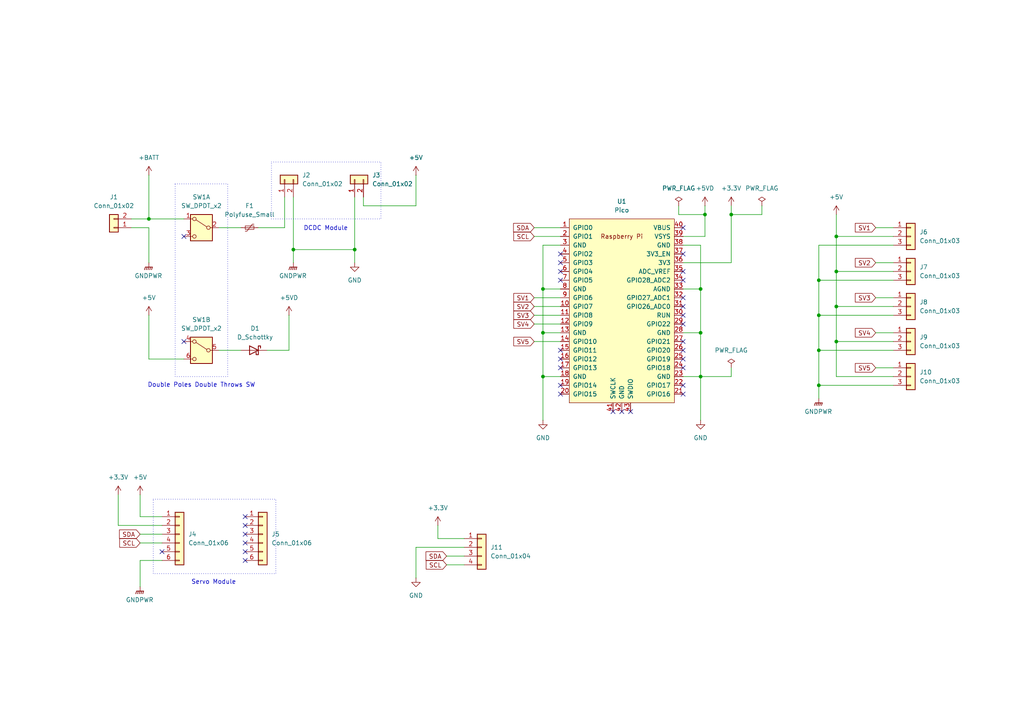
<source format=kicad_sch>
(kicad_sch
	(version 20231120)
	(generator "eeschema")
	(generator_version "8.0")
	(uuid "19405c23-af32-45c1-8363-cf41e81c4ea4")
	(paper "A4")
	(lib_symbols
		(symbol "Connector_Generic:Conn_01x02"
			(pin_names
				(offset 1.016) hide)
			(exclude_from_sim no)
			(in_bom yes)
			(on_board yes)
			(property "Reference" "J"
				(at 0 2.54 0)
				(effects
					(font
						(size 1.27 1.27)
					)
				)
			)
			(property "Value" "Conn_01x02"
				(at 0 -5.08 0)
				(effects
					(font
						(size 1.27 1.27)
					)
				)
			)
			(property "Footprint" ""
				(at 0 0 0)
				(effects
					(font
						(size 1.27 1.27)
					)
					(hide yes)
				)
			)
			(property "Datasheet" "~"
				(at 0 0 0)
				(effects
					(font
						(size 1.27 1.27)
					)
					(hide yes)
				)
			)
			(property "Description" "Generic connector, single row, 01x02, script generated (kicad-library-utils/schlib/autogen/connector/)"
				(at 0 0 0)
				(effects
					(font
						(size 1.27 1.27)
					)
					(hide yes)
				)
			)
			(property "ki_keywords" "connector"
				(at 0 0 0)
				(effects
					(font
						(size 1.27 1.27)
					)
					(hide yes)
				)
			)
			(property "ki_fp_filters" "Connector*:*_1x??_*"
				(at 0 0 0)
				(effects
					(font
						(size 1.27 1.27)
					)
					(hide yes)
				)
			)
			(symbol "Conn_01x02_1_1"
				(rectangle
					(start -1.27 -2.413)
					(end 0 -2.667)
					(stroke
						(width 0.1524)
						(type default)
					)
					(fill
						(type none)
					)
				)
				(rectangle
					(start -1.27 0.127)
					(end 0 -0.127)
					(stroke
						(width 0.1524)
						(type default)
					)
					(fill
						(type none)
					)
				)
				(rectangle
					(start -1.27 1.27)
					(end 1.27 -3.81)
					(stroke
						(width 0.254)
						(type default)
					)
					(fill
						(type background)
					)
				)
				(pin passive line
					(at -5.08 0 0)
					(length 3.81)
					(name "Pin_1"
						(effects
							(font
								(size 1.27 1.27)
							)
						)
					)
					(number "1"
						(effects
							(font
								(size 1.27 1.27)
							)
						)
					)
				)
				(pin passive line
					(at -5.08 -2.54 0)
					(length 3.81)
					(name "Pin_2"
						(effects
							(font
								(size 1.27 1.27)
							)
						)
					)
					(number "2"
						(effects
							(font
								(size 1.27 1.27)
							)
						)
					)
				)
			)
		)
		(symbol "Connector_Generic:Conn_01x03"
			(pin_names
				(offset 1.016) hide)
			(exclude_from_sim no)
			(in_bom yes)
			(on_board yes)
			(property "Reference" "J"
				(at 0 5.08 0)
				(effects
					(font
						(size 1.27 1.27)
					)
				)
			)
			(property "Value" "Conn_01x03"
				(at 0 -5.08 0)
				(effects
					(font
						(size 1.27 1.27)
					)
				)
			)
			(property "Footprint" ""
				(at 0 0 0)
				(effects
					(font
						(size 1.27 1.27)
					)
					(hide yes)
				)
			)
			(property "Datasheet" "~"
				(at 0 0 0)
				(effects
					(font
						(size 1.27 1.27)
					)
					(hide yes)
				)
			)
			(property "Description" "Generic connector, single row, 01x03, script generated (kicad-library-utils/schlib/autogen/connector/)"
				(at 0 0 0)
				(effects
					(font
						(size 1.27 1.27)
					)
					(hide yes)
				)
			)
			(property "ki_keywords" "connector"
				(at 0 0 0)
				(effects
					(font
						(size 1.27 1.27)
					)
					(hide yes)
				)
			)
			(property "ki_fp_filters" "Connector*:*_1x??_*"
				(at 0 0 0)
				(effects
					(font
						(size 1.27 1.27)
					)
					(hide yes)
				)
			)
			(symbol "Conn_01x03_1_1"
				(rectangle
					(start -1.27 -2.413)
					(end 0 -2.667)
					(stroke
						(width 0.1524)
						(type default)
					)
					(fill
						(type none)
					)
				)
				(rectangle
					(start -1.27 0.127)
					(end 0 -0.127)
					(stroke
						(width 0.1524)
						(type default)
					)
					(fill
						(type none)
					)
				)
				(rectangle
					(start -1.27 2.667)
					(end 0 2.413)
					(stroke
						(width 0.1524)
						(type default)
					)
					(fill
						(type none)
					)
				)
				(rectangle
					(start -1.27 3.81)
					(end 1.27 -3.81)
					(stroke
						(width 0.254)
						(type default)
					)
					(fill
						(type background)
					)
				)
				(pin passive line
					(at -5.08 2.54 0)
					(length 3.81)
					(name "Pin_1"
						(effects
							(font
								(size 1.27 1.27)
							)
						)
					)
					(number "1"
						(effects
							(font
								(size 1.27 1.27)
							)
						)
					)
				)
				(pin passive line
					(at -5.08 0 0)
					(length 3.81)
					(name "Pin_2"
						(effects
							(font
								(size 1.27 1.27)
							)
						)
					)
					(number "2"
						(effects
							(font
								(size 1.27 1.27)
							)
						)
					)
				)
				(pin passive line
					(at -5.08 -2.54 0)
					(length 3.81)
					(name "Pin_3"
						(effects
							(font
								(size 1.27 1.27)
							)
						)
					)
					(number "3"
						(effects
							(font
								(size 1.27 1.27)
							)
						)
					)
				)
			)
		)
		(symbol "Connector_Generic:Conn_01x04"
			(pin_names
				(offset 1.016) hide)
			(exclude_from_sim no)
			(in_bom yes)
			(on_board yes)
			(property "Reference" "J"
				(at 0 5.08 0)
				(effects
					(font
						(size 1.27 1.27)
					)
				)
			)
			(property "Value" "Conn_01x04"
				(at 0 -7.62 0)
				(effects
					(font
						(size 1.27 1.27)
					)
				)
			)
			(property "Footprint" ""
				(at 0 0 0)
				(effects
					(font
						(size 1.27 1.27)
					)
					(hide yes)
				)
			)
			(property "Datasheet" "~"
				(at 0 0 0)
				(effects
					(font
						(size 1.27 1.27)
					)
					(hide yes)
				)
			)
			(property "Description" "Generic connector, single row, 01x04, script generated (kicad-library-utils/schlib/autogen/connector/)"
				(at 0 0 0)
				(effects
					(font
						(size 1.27 1.27)
					)
					(hide yes)
				)
			)
			(property "ki_keywords" "connector"
				(at 0 0 0)
				(effects
					(font
						(size 1.27 1.27)
					)
					(hide yes)
				)
			)
			(property "ki_fp_filters" "Connector*:*_1x??_*"
				(at 0 0 0)
				(effects
					(font
						(size 1.27 1.27)
					)
					(hide yes)
				)
			)
			(symbol "Conn_01x04_1_1"
				(rectangle
					(start -1.27 -4.953)
					(end 0 -5.207)
					(stroke
						(width 0.1524)
						(type default)
					)
					(fill
						(type none)
					)
				)
				(rectangle
					(start -1.27 -2.413)
					(end 0 -2.667)
					(stroke
						(width 0.1524)
						(type default)
					)
					(fill
						(type none)
					)
				)
				(rectangle
					(start -1.27 0.127)
					(end 0 -0.127)
					(stroke
						(width 0.1524)
						(type default)
					)
					(fill
						(type none)
					)
				)
				(rectangle
					(start -1.27 2.667)
					(end 0 2.413)
					(stroke
						(width 0.1524)
						(type default)
					)
					(fill
						(type none)
					)
				)
				(rectangle
					(start -1.27 3.81)
					(end 1.27 -6.35)
					(stroke
						(width 0.254)
						(type default)
					)
					(fill
						(type background)
					)
				)
				(pin passive line
					(at -5.08 2.54 0)
					(length 3.81)
					(name "Pin_1"
						(effects
							(font
								(size 1.27 1.27)
							)
						)
					)
					(number "1"
						(effects
							(font
								(size 1.27 1.27)
							)
						)
					)
				)
				(pin passive line
					(at -5.08 0 0)
					(length 3.81)
					(name "Pin_2"
						(effects
							(font
								(size 1.27 1.27)
							)
						)
					)
					(number "2"
						(effects
							(font
								(size 1.27 1.27)
							)
						)
					)
				)
				(pin passive line
					(at -5.08 -2.54 0)
					(length 3.81)
					(name "Pin_3"
						(effects
							(font
								(size 1.27 1.27)
							)
						)
					)
					(number "3"
						(effects
							(font
								(size 1.27 1.27)
							)
						)
					)
				)
				(pin passive line
					(at -5.08 -5.08 0)
					(length 3.81)
					(name "Pin_4"
						(effects
							(font
								(size 1.27 1.27)
							)
						)
					)
					(number "4"
						(effects
							(font
								(size 1.27 1.27)
							)
						)
					)
				)
			)
		)
		(symbol "Connector_Generic:Conn_01x06"
			(pin_names
				(offset 1.016) hide)
			(exclude_from_sim no)
			(in_bom yes)
			(on_board yes)
			(property "Reference" "J"
				(at 0 7.62 0)
				(effects
					(font
						(size 1.27 1.27)
					)
				)
			)
			(property "Value" "Conn_01x06"
				(at 0 -10.16 0)
				(effects
					(font
						(size 1.27 1.27)
					)
				)
			)
			(property "Footprint" ""
				(at 0 0 0)
				(effects
					(font
						(size 1.27 1.27)
					)
					(hide yes)
				)
			)
			(property "Datasheet" "~"
				(at 0 0 0)
				(effects
					(font
						(size 1.27 1.27)
					)
					(hide yes)
				)
			)
			(property "Description" "Generic connector, single row, 01x06, script generated (kicad-library-utils/schlib/autogen/connector/)"
				(at 0 0 0)
				(effects
					(font
						(size 1.27 1.27)
					)
					(hide yes)
				)
			)
			(property "ki_keywords" "connector"
				(at 0 0 0)
				(effects
					(font
						(size 1.27 1.27)
					)
					(hide yes)
				)
			)
			(property "ki_fp_filters" "Connector*:*_1x??_*"
				(at 0 0 0)
				(effects
					(font
						(size 1.27 1.27)
					)
					(hide yes)
				)
			)
			(symbol "Conn_01x06_1_1"
				(rectangle
					(start -1.27 -7.493)
					(end 0 -7.747)
					(stroke
						(width 0.1524)
						(type default)
					)
					(fill
						(type none)
					)
				)
				(rectangle
					(start -1.27 -4.953)
					(end 0 -5.207)
					(stroke
						(width 0.1524)
						(type default)
					)
					(fill
						(type none)
					)
				)
				(rectangle
					(start -1.27 -2.413)
					(end 0 -2.667)
					(stroke
						(width 0.1524)
						(type default)
					)
					(fill
						(type none)
					)
				)
				(rectangle
					(start -1.27 0.127)
					(end 0 -0.127)
					(stroke
						(width 0.1524)
						(type default)
					)
					(fill
						(type none)
					)
				)
				(rectangle
					(start -1.27 2.667)
					(end 0 2.413)
					(stroke
						(width 0.1524)
						(type default)
					)
					(fill
						(type none)
					)
				)
				(rectangle
					(start -1.27 5.207)
					(end 0 4.953)
					(stroke
						(width 0.1524)
						(type default)
					)
					(fill
						(type none)
					)
				)
				(rectangle
					(start -1.27 6.35)
					(end 1.27 -8.89)
					(stroke
						(width 0.254)
						(type default)
					)
					(fill
						(type background)
					)
				)
				(pin passive line
					(at -5.08 5.08 0)
					(length 3.81)
					(name "Pin_1"
						(effects
							(font
								(size 1.27 1.27)
							)
						)
					)
					(number "1"
						(effects
							(font
								(size 1.27 1.27)
							)
						)
					)
				)
				(pin passive line
					(at -5.08 2.54 0)
					(length 3.81)
					(name "Pin_2"
						(effects
							(font
								(size 1.27 1.27)
							)
						)
					)
					(number "2"
						(effects
							(font
								(size 1.27 1.27)
							)
						)
					)
				)
				(pin passive line
					(at -5.08 0 0)
					(length 3.81)
					(name "Pin_3"
						(effects
							(font
								(size 1.27 1.27)
							)
						)
					)
					(number "3"
						(effects
							(font
								(size 1.27 1.27)
							)
						)
					)
				)
				(pin passive line
					(at -5.08 -2.54 0)
					(length 3.81)
					(name "Pin_4"
						(effects
							(font
								(size 1.27 1.27)
							)
						)
					)
					(number "4"
						(effects
							(font
								(size 1.27 1.27)
							)
						)
					)
				)
				(pin passive line
					(at -5.08 -5.08 0)
					(length 3.81)
					(name "Pin_5"
						(effects
							(font
								(size 1.27 1.27)
							)
						)
					)
					(number "5"
						(effects
							(font
								(size 1.27 1.27)
							)
						)
					)
				)
				(pin passive line
					(at -5.08 -7.62 0)
					(length 3.81)
					(name "Pin_6"
						(effects
							(font
								(size 1.27 1.27)
							)
						)
					)
					(number "6"
						(effects
							(font
								(size 1.27 1.27)
							)
						)
					)
				)
			)
		)
		(symbol "Device:D_Schottky"
			(pin_numbers hide)
			(pin_names
				(offset 1.016) hide)
			(exclude_from_sim no)
			(in_bom yes)
			(on_board yes)
			(property "Reference" "D"
				(at 0 2.54 0)
				(effects
					(font
						(size 1.27 1.27)
					)
				)
			)
			(property "Value" "D_Schottky"
				(at 0 -2.54 0)
				(effects
					(font
						(size 1.27 1.27)
					)
				)
			)
			(property "Footprint" ""
				(at 0 0 0)
				(effects
					(font
						(size 1.27 1.27)
					)
					(hide yes)
				)
			)
			(property "Datasheet" "~"
				(at 0 0 0)
				(effects
					(font
						(size 1.27 1.27)
					)
					(hide yes)
				)
			)
			(property "Description" "Schottky diode"
				(at 0 0 0)
				(effects
					(font
						(size 1.27 1.27)
					)
					(hide yes)
				)
			)
			(property "ki_keywords" "diode Schottky"
				(at 0 0 0)
				(effects
					(font
						(size 1.27 1.27)
					)
					(hide yes)
				)
			)
			(property "ki_fp_filters" "TO-???* *_Diode_* *SingleDiode* D_*"
				(at 0 0 0)
				(effects
					(font
						(size 1.27 1.27)
					)
					(hide yes)
				)
			)
			(symbol "D_Schottky_0_1"
				(polyline
					(pts
						(xy 1.27 0) (xy -1.27 0)
					)
					(stroke
						(width 0)
						(type default)
					)
					(fill
						(type none)
					)
				)
				(polyline
					(pts
						(xy 1.27 1.27) (xy 1.27 -1.27) (xy -1.27 0) (xy 1.27 1.27)
					)
					(stroke
						(width 0.254)
						(type default)
					)
					(fill
						(type none)
					)
				)
				(polyline
					(pts
						(xy -1.905 0.635) (xy -1.905 1.27) (xy -1.27 1.27) (xy -1.27 -1.27) (xy -0.635 -1.27) (xy -0.635 -0.635)
					)
					(stroke
						(width 0.254)
						(type default)
					)
					(fill
						(type none)
					)
				)
			)
			(symbol "D_Schottky_1_1"
				(pin passive line
					(at -3.81 0 0)
					(length 2.54)
					(name "K"
						(effects
							(font
								(size 1.27 1.27)
							)
						)
					)
					(number "1"
						(effects
							(font
								(size 1.27 1.27)
							)
						)
					)
				)
				(pin passive line
					(at 3.81 0 180)
					(length 2.54)
					(name "A"
						(effects
							(font
								(size 1.27 1.27)
							)
						)
					)
					(number "2"
						(effects
							(font
								(size 1.27 1.27)
							)
						)
					)
				)
			)
		)
		(symbol "Device:Polyfuse_Small"
			(pin_numbers hide)
			(pin_names
				(offset 0)
			)
			(exclude_from_sim no)
			(in_bom yes)
			(on_board yes)
			(property "Reference" "F"
				(at -1.905 0 90)
				(effects
					(font
						(size 1.27 1.27)
					)
				)
			)
			(property "Value" "Polyfuse_Small"
				(at 1.905 0 90)
				(effects
					(font
						(size 1.27 1.27)
					)
				)
			)
			(property "Footprint" ""
				(at 1.27 -5.08 0)
				(effects
					(font
						(size 1.27 1.27)
					)
					(justify left)
					(hide yes)
				)
			)
			(property "Datasheet" "~"
				(at 0 0 0)
				(effects
					(font
						(size 1.27 1.27)
					)
					(hide yes)
				)
			)
			(property "Description" "Resettable fuse, polymeric positive temperature coefficient, small symbol"
				(at 0 0 0)
				(effects
					(font
						(size 1.27 1.27)
					)
					(hide yes)
				)
			)
			(property "ki_keywords" "resettable fuse PTC PPTC polyfuse polyswitch"
				(at 0 0 0)
				(effects
					(font
						(size 1.27 1.27)
					)
					(hide yes)
				)
			)
			(property "ki_fp_filters" "*polyfuse* *PTC*"
				(at 0 0 0)
				(effects
					(font
						(size 1.27 1.27)
					)
					(hide yes)
				)
			)
			(symbol "Polyfuse_Small_0_1"
				(rectangle
					(start -0.508 1.27)
					(end 0.508 -1.27)
					(stroke
						(width 0)
						(type default)
					)
					(fill
						(type none)
					)
				)
				(polyline
					(pts
						(xy 0 2.54) (xy 0 -2.54)
					)
					(stroke
						(width 0)
						(type default)
					)
					(fill
						(type none)
					)
				)
				(polyline
					(pts
						(xy -1.016 1.27) (xy -1.016 0.762) (xy 1.016 -0.762) (xy 1.016 -1.27)
					)
					(stroke
						(width 0)
						(type default)
					)
					(fill
						(type none)
					)
				)
			)
			(symbol "Polyfuse_Small_1_1"
				(pin passive line
					(at 0 2.54 270)
					(length 0.635)
					(name "~"
						(effects
							(font
								(size 1.27 1.27)
							)
						)
					)
					(number "1"
						(effects
							(font
								(size 1.27 1.27)
							)
						)
					)
				)
				(pin passive line
					(at 0 -2.54 90)
					(length 0.635)
					(name "~"
						(effects
							(font
								(size 1.27 1.27)
							)
						)
					)
					(number "2"
						(effects
							(font
								(size 1.27 1.27)
							)
						)
					)
				)
			)
		)
		(symbol "RPi_Pico:Pico"
			(pin_names
				(offset 1.016)
			)
			(exclude_from_sim no)
			(in_bom yes)
			(on_board yes)
			(property "Reference" "U1"
				(at 0 31.75 0)
				(effects
					(font
						(size 1.27 1.27)
					)
				)
			)
			(property "Value" "Pico"
				(at 0 29.21 0)
				(effects
					(font
						(size 1.27 1.27)
					)
				)
			)
			(property "Footprint" "RPi_Pico:RPi_Pico_SMD_TH"
				(at 0 0 90)
				(effects
					(font
						(size 1.27 1.27)
					)
					(hide yes)
				)
			)
			(property "Datasheet" ""
				(at 0 0 0)
				(effects
					(font
						(size 1.27 1.27)
					)
					(hide yes)
				)
			)
			(property "Description" ""
				(at 0 0 0)
				(effects
					(font
						(size 1.27 1.27)
					)
					(hide yes)
				)
			)
			(symbol "Pico_0_0"
				(text "Raspberry Pi"
					(at 0 21.59 0)
					(effects
						(font
							(size 1.27 1.27)
						)
					)
				)
			)
			(symbol "Pico_0_1"
				(rectangle
					(start -15.24 26.67)
					(end 15.24 -26.67)
					(stroke
						(width 0)
						(type solid)
					)
					(fill
						(type background)
					)
				)
			)
			(symbol "Pico_1_1"
				(pin bidirectional line
					(at -17.78 24.13 0)
					(length 2.54)
					(name "GPIO0"
						(effects
							(font
								(size 1.27 1.27)
							)
						)
					)
					(number "1"
						(effects
							(font
								(size 1.27 1.27)
							)
						)
					)
				)
				(pin bidirectional line
					(at -17.78 1.27 0)
					(length 2.54)
					(name "GPIO7"
						(effects
							(font
								(size 1.27 1.27)
							)
						)
					)
					(number "10"
						(effects
							(font
								(size 1.27 1.27)
							)
						)
					)
				)
				(pin bidirectional line
					(at -17.78 -1.27 0)
					(length 2.54)
					(name "GPIO8"
						(effects
							(font
								(size 1.27 1.27)
							)
						)
					)
					(number "11"
						(effects
							(font
								(size 1.27 1.27)
							)
						)
					)
				)
				(pin bidirectional line
					(at -17.78 -3.81 0)
					(length 2.54)
					(name "GPIO9"
						(effects
							(font
								(size 1.27 1.27)
							)
						)
					)
					(number "12"
						(effects
							(font
								(size 1.27 1.27)
							)
						)
					)
				)
				(pin power_in line
					(at -17.78 -6.35 0)
					(length 2.54)
					(name "GND"
						(effects
							(font
								(size 1.27 1.27)
							)
						)
					)
					(number "13"
						(effects
							(font
								(size 1.27 1.27)
							)
						)
					)
				)
				(pin bidirectional line
					(at -17.78 -8.89 0)
					(length 2.54)
					(name "GPIO10"
						(effects
							(font
								(size 1.27 1.27)
							)
						)
					)
					(number "14"
						(effects
							(font
								(size 1.27 1.27)
							)
						)
					)
				)
				(pin bidirectional line
					(at -17.78 -11.43 0)
					(length 2.54)
					(name "GPIO11"
						(effects
							(font
								(size 1.27 1.27)
							)
						)
					)
					(number "15"
						(effects
							(font
								(size 1.27 1.27)
							)
						)
					)
				)
				(pin bidirectional line
					(at -17.78 -13.97 0)
					(length 2.54)
					(name "GPIO12"
						(effects
							(font
								(size 1.27 1.27)
							)
						)
					)
					(number "16"
						(effects
							(font
								(size 1.27 1.27)
							)
						)
					)
				)
				(pin bidirectional line
					(at -17.78 -16.51 0)
					(length 2.54)
					(name "GPIO13"
						(effects
							(font
								(size 1.27 1.27)
							)
						)
					)
					(number "17"
						(effects
							(font
								(size 1.27 1.27)
							)
						)
					)
				)
				(pin power_in line
					(at -17.78 -19.05 0)
					(length 2.54)
					(name "GND"
						(effects
							(font
								(size 1.27 1.27)
							)
						)
					)
					(number "18"
						(effects
							(font
								(size 1.27 1.27)
							)
						)
					)
				)
				(pin bidirectional line
					(at -17.78 -21.59 0)
					(length 2.54)
					(name "GPIO14"
						(effects
							(font
								(size 1.27 1.27)
							)
						)
					)
					(number "19"
						(effects
							(font
								(size 1.27 1.27)
							)
						)
					)
				)
				(pin bidirectional line
					(at -17.78 21.59 0)
					(length 2.54)
					(name "GPIO1"
						(effects
							(font
								(size 1.27 1.27)
							)
						)
					)
					(number "2"
						(effects
							(font
								(size 1.27 1.27)
							)
						)
					)
				)
				(pin bidirectional line
					(at -17.78 -24.13 0)
					(length 2.54)
					(name "GPIO15"
						(effects
							(font
								(size 1.27 1.27)
							)
						)
					)
					(number "20"
						(effects
							(font
								(size 1.27 1.27)
							)
						)
					)
				)
				(pin bidirectional line
					(at 17.78 -24.13 180)
					(length 2.54)
					(name "GPIO16"
						(effects
							(font
								(size 1.27 1.27)
							)
						)
					)
					(number "21"
						(effects
							(font
								(size 1.27 1.27)
							)
						)
					)
				)
				(pin bidirectional line
					(at 17.78 -21.59 180)
					(length 2.54)
					(name "GPIO17"
						(effects
							(font
								(size 1.27 1.27)
							)
						)
					)
					(number "22"
						(effects
							(font
								(size 1.27 1.27)
							)
						)
					)
				)
				(pin power_in line
					(at 17.78 -19.05 180)
					(length 2.54)
					(name "GND"
						(effects
							(font
								(size 1.27 1.27)
							)
						)
					)
					(number "23"
						(effects
							(font
								(size 1.27 1.27)
							)
						)
					)
				)
				(pin bidirectional line
					(at 17.78 -16.51 180)
					(length 2.54)
					(name "GPIO18"
						(effects
							(font
								(size 1.27 1.27)
							)
						)
					)
					(number "24"
						(effects
							(font
								(size 1.27 1.27)
							)
						)
					)
				)
				(pin bidirectional line
					(at 17.78 -13.97 180)
					(length 2.54)
					(name "GPIO19"
						(effects
							(font
								(size 1.27 1.27)
							)
						)
					)
					(number "25"
						(effects
							(font
								(size 1.27 1.27)
							)
						)
					)
				)
				(pin bidirectional line
					(at 17.78 -11.43 180)
					(length 2.54)
					(name "GPIO20"
						(effects
							(font
								(size 1.27 1.27)
							)
						)
					)
					(number "26"
						(effects
							(font
								(size 1.27 1.27)
							)
						)
					)
				)
				(pin bidirectional line
					(at 17.78 -8.89 180)
					(length 2.54)
					(name "GPIO21"
						(effects
							(font
								(size 1.27 1.27)
							)
						)
					)
					(number "27"
						(effects
							(font
								(size 1.27 1.27)
							)
						)
					)
				)
				(pin power_in line
					(at 17.78 -6.35 180)
					(length 2.54)
					(name "GND"
						(effects
							(font
								(size 1.27 1.27)
							)
						)
					)
					(number "28"
						(effects
							(font
								(size 1.27 1.27)
							)
						)
					)
				)
				(pin bidirectional line
					(at 17.78 -3.81 180)
					(length 2.54)
					(name "GPIO22"
						(effects
							(font
								(size 1.27 1.27)
							)
						)
					)
					(number "29"
						(effects
							(font
								(size 1.27 1.27)
							)
						)
					)
				)
				(pin power_in line
					(at -17.78 19.05 0)
					(length 2.54)
					(name "GND"
						(effects
							(font
								(size 1.27 1.27)
							)
						)
					)
					(number "3"
						(effects
							(font
								(size 1.27 1.27)
							)
						)
					)
				)
				(pin input line
					(at 17.78 -1.27 180)
					(length 2.54)
					(name "RUN"
						(effects
							(font
								(size 1.27 1.27)
							)
						)
					)
					(number "30"
						(effects
							(font
								(size 1.27 1.27)
							)
						)
					)
				)
				(pin bidirectional line
					(at 17.78 1.27 180)
					(length 2.54)
					(name "GPIO26_ADC0"
						(effects
							(font
								(size 1.27 1.27)
							)
						)
					)
					(number "31"
						(effects
							(font
								(size 1.27 1.27)
							)
						)
					)
				)
				(pin bidirectional line
					(at 17.78 3.81 180)
					(length 2.54)
					(name "GPIO27_ADC1"
						(effects
							(font
								(size 1.27 1.27)
							)
						)
					)
					(number "32"
						(effects
							(font
								(size 1.27 1.27)
							)
						)
					)
				)
				(pin power_in line
					(at 17.78 6.35 180)
					(length 2.54)
					(name "AGND"
						(effects
							(font
								(size 1.27 1.27)
							)
						)
					)
					(number "33"
						(effects
							(font
								(size 1.27 1.27)
							)
						)
					)
				)
				(pin bidirectional line
					(at 17.78 8.89 180)
					(length 2.54)
					(name "GPIO28_ADC2"
						(effects
							(font
								(size 1.27 1.27)
							)
						)
					)
					(number "34"
						(effects
							(font
								(size 1.27 1.27)
							)
						)
					)
				)
				(pin unspecified line
					(at 17.78 11.43 180)
					(length 2.54)
					(name "ADC_VREF"
						(effects
							(font
								(size 1.27 1.27)
							)
						)
					)
					(number "35"
						(effects
							(font
								(size 1.27 1.27)
							)
						)
					)
				)
				(pin power_in line
					(at 17.78 13.97 180)
					(length 2.54)
					(name "3V3"
						(effects
							(font
								(size 1.27 1.27)
							)
						)
					)
					(number "36"
						(effects
							(font
								(size 1.27 1.27)
							)
						)
					)
				)
				(pin input line
					(at 17.78 16.51 180)
					(length 2.54)
					(name "3V3_EN"
						(effects
							(font
								(size 1.27 1.27)
							)
						)
					)
					(number "37"
						(effects
							(font
								(size 1.27 1.27)
							)
						)
					)
				)
				(pin bidirectional line
					(at 17.78 19.05 180)
					(length 2.54)
					(name "GND"
						(effects
							(font
								(size 1.27 1.27)
							)
						)
					)
					(number "38"
						(effects
							(font
								(size 1.27 1.27)
							)
						)
					)
				)
				(pin power_in line
					(at 17.78 21.59 180)
					(length 2.54)
					(name "VSYS"
						(effects
							(font
								(size 1.27 1.27)
							)
						)
					)
					(number "39"
						(effects
							(font
								(size 1.27 1.27)
							)
						)
					)
				)
				(pin bidirectional line
					(at -17.78 16.51 0)
					(length 2.54)
					(name "GPIO2"
						(effects
							(font
								(size 1.27 1.27)
							)
						)
					)
					(number "4"
						(effects
							(font
								(size 1.27 1.27)
							)
						)
					)
				)
				(pin unspecified line
					(at 17.78 24.13 180)
					(length 2.54)
					(name "VBUS"
						(effects
							(font
								(size 1.27 1.27)
							)
						)
					)
					(number "40"
						(effects
							(font
								(size 1.27 1.27)
							)
						)
					)
				)
				(pin input line
					(at -2.54 -29.21 90)
					(length 2.54)
					(name "SWCLK"
						(effects
							(font
								(size 1.27 1.27)
							)
						)
					)
					(number "41"
						(effects
							(font
								(size 1.27 1.27)
							)
						)
					)
				)
				(pin power_in line
					(at 0 -29.21 90)
					(length 2.54)
					(name "GND"
						(effects
							(font
								(size 1.27 1.27)
							)
						)
					)
					(number "42"
						(effects
							(font
								(size 1.27 1.27)
							)
						)
					)
				)
				(pin bidirectional line
					(at 2.54 -29.21 90)
					(length 2.54)
					(name "SWDIO"
						(effects
							(font
								(size 1.27 1.27)
							)
						)
					)
					(number "43"
						(effects
							(font
								(size 1.27 1.27)
							)
						)
					)
				)
				(pin bidirectional line
					(at -17.78 13.97 0)
					(length 2.54)
					(name "GPIO3"
						(effects
							(font
								(size 1.27 1.27)
							)
						)
					)
					(number "5"
						(effects
							(font
								(size 1.27 1.27)
							)
						)
					)
				)
				(pin bidirectional line
					(at -17.78 11.43 0)
					(length 2.54)
					(name "GPIO4"
						(effects
							(font
								(size 1.27 1.27)
							)
						)
					)
					(number "6"
						(effects
							(font
								(size 1.27 1.27)
							)
						)
					)
				)
				(pin bidirectional line
					(at -17.78 8.89 0)
					(length 2.54)
					(name "GPIO5"
						(effects
							(font
								(size 1.27 1.27)
							)
						)
					)
					(number "7"
						(effects
							(font
								(size 1.27 1.27)
							)
						)
					)
				)
				(pin power_in line
					(at -17.78 6.35 0)
					(length 2.54)
					(name "GND"
						(effects
							(font
								(size 1.27 1.27)
							)
						)
					)
					(number "8"
						(effects
							(font
								(size 1.27 1.27)
							)
						)
					)
				)
				(pin bidirectional line
					(at -17.78 3.81 0)
					(length 2.54)
					(name "GPIO6"
						(effects
							(font
								(size 1.27 1.27)
							)
						)
					)
					(number "9"
						(effects
							(font
								(size 1.27 1.27)
							)
						)
					)
				)
			)
		)
		(symbol "Switch:SW_DPDT_x2"
			(pin_names
				(offset 0) hide)
			(exclude_from_sim no)
			(in_bom yes)
			(on_board yes)
			(property "Reference" "SW"
				(at 0 5.08 0)
				(effects
					(font
						(size 1.27 1.27)
					)
				)
			)
			(property "Value" "SW_DPDT_x2"
				(at 0 -5.08 0)
				(effects
					(font
						(size 1.27 1.27)
					)
				)
			)
			(property "Footprint" ""
				(at 0 0 0)
				(effects
					(font
						(size 1.27 1.27)
					)
					(hide yes)
				)
			)
			(property "Datasheet" "~"
				(at 0 0 0)
				(effects
					(font
						(size 1.27 1.27)
					)
					(hide yes)
				)
			)
			(property "Description" "Switch, dual pole double throw, separate symbols"
				(at 0 0 0)
				(effects
					(font
						(size 1.27 1.27)
					)
					(hide yes)
				)
			)
			(property "ki_keywords" "switch dual-pole double-throw DPDT spdt ON-ON"
				(at 0 0 0)
				(effects
					(font
						(size 1.27 1.27)
					)
					(hide yes)
				)
			)
			(property "ki_fp_filters" "SW*DPDT*"
				(at 0 0 0)
				(effects
					(font
						(size 1.27 1.27)
					)
					(hide yes)
				)
			)
			(symbol "SW_DPDT_x2_0_0"
				(circle
					(center -2.032 0)
					(radius 0.508)
					(stroke
						(width 0)
						(type default)
					)
					(fill
						(type none)
					)
				)
				(circle
					(center 2.032 -2.54)
					(radius 0.508)
					(stroke
						(width 0)
						(type default)
					)
					(fill
						(type none)
					)
				)
			)
			(symbol "SW_DPDT_x2_0_1"
				(rectangle
					(start -3.175 3.81)
					(end 3.175 -3.81)
					(stroke
						(width 0.254)
						(type default)
					)
					(fill
						(type background)
					)
				)
				(polyline
					(pts
						(xy -1.524 0.254) (xy 1.5748 2.286)
					)
					(stroke
						(width 0)
						(type default)
					)
					(fill
						(type none)
					)
				)
				(circle
					(center 2.032 2.54)
					(radius 0.508)
					(stroke
						(width 0)
						(type default)
					)
					(fill
						(type none)
					)
				)
			)
			(symbol "SW_DPDT_x2_1_1"
				(pin passive line
					(at 5.08 2.54 180)
					(length 2.54)
					(name "A"
						(effects
							(font
								(size 1.27 1.27)
							)
						)
					)
					(number "1"
						(effects
							(font
								(size 1.27 1.27)
							)
						)
					)
				)
				(pin passive line
					(at -5.08 0 0)
					(length 2.54)
					(name "B"
						(effects
							(font
								(size 1.27 1.27)
							)
						)
					)
					(number "2"
						(effects
							(font
								(size 1.27 1.27)
							)
						)
					)
				)
				(pin passive line
					(at 5.08 -2.54 180)
					(length 2.54)
					(name "C"
						(effects
							(font
								(size 1.27 1.27)
							)
						)
					)
					(number "3"
						(effects
							(font
								(size 1.27 1.27)
							)
						)
					)
				)
			)
			(symbol "SW_DPDT_x2_2_1"
				(pin passive line
					(at 5.08 2.54 180)
					(length 2.54)
					(name "A"
						(effects
							(font
								(size 1.27 1.27)
							)
						)
					)
					(number "4"
						(effects
							(font
								(size 1.27 1.27)
							)
						)
					)
				)
				(pin passive line
					(at -5.08 0 0)
					(length 2.54)
					(name "B"
						(effects
							(font
								(size 1.27 1.27)
							)
						)
					)
					(number "5"
						(effects
							(font
								(size 1.27 1.27)
							)
						)
					)
				)
				(pin passive line
					(at 5.08 -2.54 180)
					(length 2.54)
					(name "C"
						(effects
							(font
								(size 1.27 1.27)
							)
						)
					)
					(number "6"
						(effects
							(font
								(size 1.27 1.27)
							)
						)
					)
				)
			)
		)
		(symbol "power:+3.3V"
			(power)
			(pin_numbers hide)
			(pin_names
				(offset 0) hide)
			(exclude_from_sim no)
			(in_bom yes)
			(on_board yes)
			(property "Reference" "#PWR"
				(at 0 -3.81 0)
				(effects
					(font
						(size 1.27 1.27)
					)
					(hide yes)
				)
			)
			(property "Value" "+3.3V"
				(at 0 3.556 0)
				(effects
					(font
						(size 1.27 1.27)
					)
				)
			)
			(property "Footprint" ""
				(at 0 0 0)
				(effects
					(font
						(size 1.27 1.27)
					)
					(hide yes)
				)
			)
			(property "Datasheet" ""
				(at 0 0 0)
				(effects
					(font
						(size 1.27 1.27)
					)
					(hide yes)
				)
			)
			(property "Description" "Power symbol creates a global label with name \"+3.3V\""
				(at 0 0 0)
				(effects
					(font
						(size 1.27 1.27)
					)
					(hide yes)
				)
			)
			(property "ki_keywords" "global power"
				(at 0 0 0)
				(effects
					(font
						(size 1.27 1.27)
					)
					(hide yes)
				)
			)
			(symbol "+3.3V_0_1"
				(polyline
					(pts
						(xy -0.762 1.27) (xy 0 2.54)
					)
					(stroke
						(width 0)
						(type default)
					)
					(fill
						(type none)
					)
				)
				(polyline
					(pts
						(xy 0 0) (xy 0 2.54)
					)
					(stroke
						(width 0)
						(type default)
					)
					(fill
						(type none)
					)
				)
				(polyline
					(pts
						(xy 0 2.54) (xy 0.762 1.27)
					)
					(stroke
						(width 0)
						(type default)
					)
					(fill
						(type none)
					)
				)
			)
			(symbol "+3.3V_1_1"
				(pin power_in line
					(at 0 0 90)
					(length 0)
					(name "~"
						(effects
							(font
								(size 1.27 1.27)
							)
						)
					)
					(number "1"
						(effects
							(font
								(size 1.27 1.27)
							)
						)
					)
				)
			)
		)
		(symbol "power:+5V"
			(power)
			(pin_numbers hide)
			(pin_names
				(offset 0) hide)
			(exclude_from_sim no)
			(in_bom yes)
			(on_board yes)
			(property "Reference" "#PWR"
				(at 0 -3.81 0)
				(effects
					(font
						(size 1.27 1.27)
					)
					(hide yes)
				)
			)
			(property "Value" "+5V"
				(at 0 3.556 0)
				(effects
					(font
						(size 1.27 1.27)
					)
				)
			)
			(property "Footprint" ""
				(at 0 0 0)
				(effects
					(font
						(size 1.27 1.27)
					)
					(hide yes)
				)
			)
			(property "Datasheet" ""
				(at 0 0 0)
				(effects
					(font
						(size 1.27 1.27)
					)
					(hide yes)
				)
			)
			(property "Description" "Power symbol creates a global label with name \"+5V\""
				(at 0 0 0)
				(effects
					(font
						(size 1.27 1.27)
					)
					(hide yes)
				)
			)
			(property "ki_keywords" "global power"
				(at 0 0 0)
				(effects
					(font
						(size 1.27 1.27)
					)
					(hide yes)
				)
			)
			(symbol "+5V_0_1"
				(polyline
					(pts
						(xy -0.762 1.27) (xy 0 2.54)
					)
					(stroke
						(width 0)
						(type default)
					)
					(fill
						(type none)
					)
				)
				(polyline
					(pts
						(xy 0 0) (xy 0 2.54)
					)
					(stroke
						(width 0)
						(type default)
					)
					(fill
						(type none)
					)
				)
				(polyline
					(pts
						(xy 0 2.54) (xy 0.762 1.27)
					)
					(stroke
						(width 0)
						(type default)
					)
					(fill
						(type none)
					)
				)
			)
			(symbol "+5V_1_1"
				(pin power_in line
					(at 0 0 90)
					(length 0)
					(name "~"
						(effects
							(font
								(size 1.27 1.27)
							)
						)
					)
					(number "1"
						(effects
							(font
								(size 1.27 1.27)
							)
						)
					)
				)
			)
		)
		(symbol "power:+5VD"
			(power)
			(pin_numbers hide)
			(pin_names
				(offset 0) hide)
			(exclude_from_sim no)
			(in_bom yes)
			(on_board yes)
			(property "Reference" "#PWR"
				(at 0 -3.81 0)
				(effects
					(font
						(size 1.27 1.27)
					)
					(hide yes)
				)
			)
			(property "Value" "+5VD"
				(at 0 3.556 0)
				(effects
					(font
						(size 1.27 1.27)
					)
				)
			)
			(property "Footprint" ""
				(at 0 0 0)
				(effects
					(font
						(size 1.27 1.27)
					)
					(hide yes)
				)
			)
			(property "Datasheet" ""
				(at 0 0 0)
				(effects
					(font
						(size 1.27 1.27)
					)
					(hide yes)
				)
			)
			(property "Description" "Power symbol creates a global label with name \"+5VD\""
				(at 0 0 0)
				(effects
					(font
						(size 1.27 1.27)
					)
					(hide yes)
				)
			)
			(property "ki_keywords" "global power"
				(at 0 0 0)
				(effects
					(font
						(size 1.27 1.27)
					)
					(hide yes)
				)
			)
			(symbol "+5VD_0_1"
				(polyline
					(pts
						(xy -0.762 1.27) (xy 0 2.54)
					)
					(stroke
						(width 0)
						(type default)
					)
					(fill
						(type none)
					)
				)
				(polyline
					(pts
						(xy 0 0) (xy 0 2.54)
					)
					(stroke
						(width 0)
						(type default)
					)
					(fill
						(type none)
					)
				)
				(polyline
					(pts
						(xy 0 2.54) (xy 0.762 1.27)
					)
					(stroke
						(width 0)
						(type default)
					)
					(fill
						(type none)
					)
				)
			)
			(symbol "+5VD_1_1"
				(pin power_in line
					(at 0 0 90)
					(length 0)
					(name "~"
						(effects
							(font
								(size 1.27 1.27)
							)
						)
					)
					(number "1"
						(effects
							(font
								(size 1.27 1.27)
							)
						)
					)
				)
			)
		)
		(symbol "power:+BATT"
			(power)
			(pin_numbers hide)
			(pin_names
				(offset 0) hide)
			(exclude_from_sim no)
			(in_bom yes)
			(on_board yes)
			(property "Reference" "#PWR"
				(at 0 -3.81 0)
				(effects
					(font
						(size 1.27 1.27)
					)
					(hide yes)
				)
			)
			(property "Value" "+BATT"
				(at 0 3.556 0)
				(effects
					(font
						(size 1.27 1.27)
					)
				)
			)
			(property "Footprint" ""
				(at 0 0 0)
				(effects
					(font
						(size 1.27 1.27)
					)
					(hide yes)
				)
			)
			(property "Datasheet" ""
				(at 0 0 0)
				(effects
					(font
						(size 1.27 1.27)
					)
					(hide yes)
				)
			)
			(property "Description" "Power symbol creates a global label with name \"+BATT\""
				(at 0 0 0)
				(effects
					(font
						(size 1.27 1.27)
					)
					(hide yes)
				)
			)
			(property "ki_keywords" "global power battery"
				(at 0 0 0)
				(effects
					(font
						(size 1.27 1.27)
					)
					(hide yes)
				)
			)
			(symbol "+BATT_0_1"
				(polyline
					(pts
						(xy -0.762 1.27) (xy 0 2.54)
					)
					(stroke
						(width 0)
						(type default)
					)
					(fill
						(type none)
					)
				)
				(polyline
					(pts
						(xy 0 0) (xy 0 2.54)
					)
					(stroke
						(width 0)
						(type default)
					)
					(fill
						(type none)
					)
				)
				(polyline
					(pts
						(xy 0 2.54) (xy 0.762 1.27)
					)
					(stroke
						(width 0)
						(type default)
					)
					(fill
						(type none)
					)
				)
			)
			(symbol "+BATT_1_1"
				(pin power_in line
					(at 0 0 90)
					(length 0)
					(name "~"
						(effects
							(font
								(size 1.27 1.27)
							)
						)
					)
					(number "1"
						(effects
							(font
								(size 1.27 1.27)
							)
						)
					)
				)
			)
		)
		(symbol "power:GND"
			(power)
			(pin_numbers hide)
			(pin_names
				(offset 0) hide)
			(exclude_from_sim no)
			(in_bom yes)
			(on_board yes)
			(property "Reference" "#PWR"
				(at 0 -6.35 0)
				(effects
					(font
						(size 1.27 1.27)
					)
					(hide yes)
				)
			)
			(property "Value" "GND"
				(at 0 -3.81 0)
				(effects
					(font
						(size 1.27 1.27)
					)
				)
			)
			(property "Footprint" ""
				(at 0 0 0)
				(effects
					(font
						(size 1.27 1.27)
					)
					(hide yes)
				)
			)
			(property "Datasheet" ""
				(at 0 0 0)
				(effects
					(font
						(size 1.27 1.27)
					)
					(hide yes)
				)
			)
			(property "Description" "Power symbol creates a global label with name \"GND\" , ground"
				(at 0 0 0)
				(effects
					(font
						(size 1.27 1.27)
					)
					(hide yes)
				)
			)
			(property "ki_keywords" "global power"
				(at 0 0 0)
				(effects
					(font
						(size 1.27 1.27)
					)
					(hide yes)
				)
			)
			(symbol "GND_0_1"
				(polyline
					(pts
						(xy 0 0) (xy 0 -1.27) (xy 1.27 -1.27) (xy 0 -2.54) (xy -1.27 -1.27) (xy 0 -1.27)
					)
					(stroke
						(width 0)
						(type default)
					)
					(fill
						(type none)
					)
				)
			)
			(symbol "GND_1_1"
				(pin power_in line
					(at 0 0 270)
					(length 0)
					(name "~"
						(effects
							(font
								(size 1.27 1.27)
							)
						)
					)
					(number "1"
						(effects
							(font
								(size 1.27 1.27)
							)
						)
					)
				)
			)
		)
		(symbol "power:GNDPWR"
			(power)
			(pin_numbers hide)
			(pin_names
				(offset 0) hide)
			(exclude_from_sim no)
			(in_bom yes)
			(on_board yes)
			(property "Reference" "#PWR"
				(at 0 -5.08 0)
				(effects
					(font
						(size 1.27 1.27)
					)
					(hide yes)
				)
			)
			(property "Value" "GNDPWR"
				(at 0 -3.302 0)
				(effects
					(font
						(size 1.27 1.27)
					)
				)
			)
			(property "Footprint" ""
				(at 0 -1.27 0)
				(effects
					(font
						(size 1.27 1.27)
					)
					(hide yes)
				)
			)
			(property "Datasheet" ""
				(at 0 -1.27 0)
				(effects
					(font
						(size 1.27 1.27)
					)
					(hide yes)
				)
			)
			(property "Description" "Power symbol creates a global label with name \"GNDPWR\" , global ground"
				(at 0 0 0)
				(effects
					(font
						(size 1.27 1.27)
					)
					(hide yes)
				)
			)
			(property "ki_keywords" "global ground"
				(at 0 0 0)
				(effects
					(font
						(size 1.27 1.27)
					)
					(hide yes)
				)
			)
			(symbol "GNDPWR_0_1"
				(polyline
					(pts
						(xy 0 -1.27) (xy 0 0)
					)
					(stroke
						(width 0)
						(type default)
					)
					(fill
						(type none)
					)
				)
				(polyline
					(pts
						(xy -1.016 -1.27) (xy -1.27 -2.032) (xy -1.27 -2.032)
					)
					(stroke
						(width 0.2032)
						(type default)
					)
					(fill
						(type none)
					)
				)
				(polyline
					(pts
						(xy -0.508 -1.27) (xy -0.762 -2.032) (xy -0.762 -2.032)
					)
					(stroke
						(width 0.2032)
						(type default)
					)
					(fill
						(type none)
					)
				)
				(polyline
					(pts
						(xy 0 -1.27) (xy -0.254 -2.032) (xy -0.254 -2.032)
					)
					(stroke
						(width 0.2032)
						(type default)
					)
					(fill
						(type none)
					)
				)
				(polyline
					(pts
						(xy 0.508 -1.27) (xy 0.254 -2.032) (xy 0.254 -2.032)
					)
					(stroke
						(width 0.2032)
						(type default)
					)
					(fill
						(type none)
					)
				)
				(polyline
					(pts
						(xy 1.016 -1.27) (xy -1.016 -1.27) (xy -1.016 -1.27)
					)
					(stroke
						(width 0.2032)
						(type default)
					)
					(fill
						(type none)
					)
				)
				(polyline
					(pts
						(xy 1.016 -1.27) (xy 0.762 -2.032) (xy 0.762 -2.032) (xy 0.762 -2.032)
					)
					(stroke
						(width 0.2032)
						(type default)
					)
					(fill
						(type none)
					)
				)
			)
			(symbol "GNDPWR_1_1"
				(pin power_in line
					(at 0 0 270)
					(length 0)
					(name "~"
						(effects
							(font
								(size 1.27 1.27)
							)
						)
					)
					(number "1"
						(effects
							(font
								(size 1.27 1.27)
							)
						)
					)
				)
			)
		)
		(symbol "power:PWR_FLAG"
			(power)
			(pin_numbers hide)
			(pin_names
				(offset 0) hide)
			(exclude_from_sim no)
			(in_bom yes)
			(on_board yes)
			(property "Reference" "#FLG"
				(at 0 1.905 0)
				(effects
					(font
						(size 1.27 1.27)
					)
					(hide yes)
				)
			)
			(property "Value" "PWR_FLAG"
				(at 0 3.81 0)
				(effects
					(font
						(size 1.27 1.27)
					)
				)
			)
			(property "Footprint" ""
				(at 0 0 0)
				(effects
					(font
						(size 1.27 1.27)
					)
					(hide yes)
				)
			)
			(property "Datasheet" "~"
				(at 0 0 0)
				(effects
					(font
						(size 1.27 1.27)
					)
					(hide yes)
				)
			)
			(property "Description" "Special symbol for telling ERC where power comes from"
				(at 0 0 0)
				(effects
					(font
						(size 1.27 1.27)
					)
					(hide yes)
				)
			)
			(property "ki_keywords" "flag power"
				(at 0 0 0)
				(effects
					(font
						(size 1.27 1.27)
					)
					(hide yes)
				)
			)
			(symbol "PWR_FLAG_0_0"
				(pin power_out line
					(at 0 0 90)
					(length 0)
					(name "~"
						(effects
							(font
								(size 1.27 1.27)
							)
						)
					)
					(number "1"
						(effects
							(font
								(size 1.27 1.27)
							)
						)
					)
				)
			)
			(symbol "PWR_FLAG_0_1"
				(polyline
					(pts
						(xy 0 0) (xy 0 1.27) (xy -1.016 1.905) (xy 0 2.54) (xy 1.016 1.905) (xy 0 1.27)
					)
					(stroke
						(width 0)
						(type default)
					)
					(fill
						(type none)
					)
				)
			)
		)
	)
	(junction
		(at 204.47 62.23)
		(diameter 0)
		(color 0 0 0 0)
		(uuid "0846dc52-b4ae-4a4d-9cdd-014c1cd41550")
	)
	(junction
		(at 242.57 78.74)
		(diameter 0)
		(color 0 0 0 0)
		(uuid "1adf67c5-8206-469d-a7e0-dbe408f396a4")
	)
	(junction
		(at 102.87 72.39)
		(diameter 0)
		(color 0 0 0 0)
		(uuid "30d3331d-cc03-4d5d-a224-52ae0f554a81")
	)
	(junction
		(at 242.57 99.06)
		(diameter 0)
		(color 0 0 0 0)
		(uuid "351376f1-d2ff-4cc0-9453-73471520eef9")
	)
	(junction
		(at 242.57 68.58)
		(diameter 0)
		(color 0 0 0 0)
		(uuid "594f0537-2a31-4385-bf07-1a0b3a792d3c")
	)
	(junction
		(at 157.48 83.82)
		(diameter 0)
		(color 0 0 0 0)
		(uuid "665b4a20-2474-4a1f-96ba-6261776c1f02")
	)
	(junction
		(at 203.2 96.52)
		(diameter 0)
		(color 0 0 0 0)
		(uuid "678ce58c-5bd0-44da-8887-4724f49b905a")
	)
	(junction
		(at 212.09 62.23)
		(diameter 0)
		(color 0 0 0 0)
		(uuid "6e42d3b6-6d4d-487a-b0d2-63ca3a766289")
	)
	(junction
		(at 203.2 109.22)
		(diameter 0)
		(color 0 0 0 0)
		(uuid "7b353cf6-064b-4ffa-b1a9-d24abe036195")
	)
	(junction
		(at 237.49 81.28)
		(diameter 0)
		(color 0 0 0 0)
		(uuid "8121b660-0fa1-4d43-9749-dda716fcaed3")
	)
	(junction
		(at 203.2 83.82)
		(diameter 0)
		(color 0 0 0 0)
		(uuid "9fbb3274-eb54-439d-9f12-df61b726a6df")
	)
	(junction
		(at 157.48 96.52)
		(diameter 0)
		(color 0 0 0 0)
		(uuid "a1cf29e6-9eec-4102-b964-44beaf8b418c")
	)
	(junction
		(at 43.18 63.5)
		(diameter 0)
		(color 0 0 0 0)
		(uuid "aa222226-7559-4f80-941b-87a6c9e1b5df")
	)
	(junction
		(at 237.49 111.76)
		(diameter 0)
		(color 0 0 0 0)
		(uuid "ac199430-2eaf-4e83-a652-5419efc8d743")
	)
	(junction
		(at 157.48 109.22)
		(diameter 0)
		(color 0 0 0 0)
		(uuid "ae41de3b-1c9e-46d7-896b-9ea142ba8eda")
	)
	(junction
		(at 237.49 91.44)
		(diameter 0)
		(color 0 0 0 0)
		(uuid "afa95576-6991-45a1-bb8c-020e5709d471")
	)
	(junction
		(at 237.49 101.6)
		(diameter 0)
		(color 0 0 0 0)
		(uuid "d7b68e07-6695-4256-a526-e9f41ad5a371")
	)
	(junction
		(at 242.57 88.9)
		(diameter 0)
		(color 0 0 0 0)
		(uuid "d9004b28-d91f-494a-a506-7f4503ab437b")
	)
	(junction
		(at 85.09 72.39)
		(diameter 0)
		(color 0 0 0 0)
		(uuid "ea329b4b-5c29-4b3e-8db3-7bc821157db1")
	)
	(no_connect
		(at 198.12 114.3)
		(uuid "054a1903-1cf0-4c3e-a3cf-ed581e2cff0f")
	)
	(no_connect
		(at 162.56 104.14)
		(uuid "06baea40-9b7a-40c1-8561-f93ecc2788ea")
	)
	(no_connect
		(at 162.56 76.2)
		(uuid "0bb53ce7-0bc9-4c29-93ba-f96353dd930a")
	)
	(no_connect
		(at 182.88 119.38)
		(uuid "12bfbc5c-06c2-41be-a3ed-2f7c8fbefa16")
	)
	(no_connect
		(at 162.56 78.74)
		(uuid "1af4ed87-abf3-4e47-93eb-0a1b7c67960c")
	)
	(no_connect
		(at 162.56 114.3)
		(uuid "20a94301-f0e7-472f-924f-99af2637bd36")
	)
	(no_connect
		(at 71.12 157.48)
		(uuid "214f63ce-a010-4f6d-b86e-c62e935cebf4")
	)
	(no_connect
		(at 71.12 152.4)
		(uuid "29b23138-f93e-49a5-bd96-9a0666231582")
	)
	(no_connect
		(at 162.56 106.68)
		(uuid "347ceb75-4f28-4b49-941d-4309a7c08280")
	)
	(no_connect
		(at 198.12 86.36)
		(uuid "424c4cc6-ffb9-4ce7-95e3-9e7d6ee046c8")
	)
	(no_connect
		(at 177.8 119.38)
		(uuid "4ae02aab-5229-4531-9b0a-5d48060ba3d2")
	)
	(no_connect
		(at 53.34 68.58)
		(uuid "50d669b1-723e-4dd3-abdf-d963b3120514")
	)
	(no_connect
		(at 162.56 81.28)
		(uuid "522da75d-93cb-4a37-861f-6e762ada9b39")
	)
	(no_connect
		(at 198.12 88.9)
		(uuid "569f2f06-8c8b-4d9d-9fa5-337e22a40c7c")
	)
	(no_connect
		(at 180.34 119.38)
		(uuid "5962da6f-6a3e-4e09-8fed-83b5b4b29b86")
	)
	(no_connect
		(at 162.56 73.66)
		(uuid "5da5fe16-a489-47bc-a3ba-9d311396ff05")
	)
	(no_connect
		(at 198.12 91.44)
		(uuid "6a756993-81ac-48ee-8211-1aab9348dfc8")
	)
	(no_connect
		(at 198.12 78.74)
		(uuid "6d0f7ca7-139e-4cd0-88ea-02639cfa5369")
	)
	(no_connect
		(at 71.12 154.94)
		(uuid "73743d3a-808a-40f1-a66f-21cc0bb2c4bf")
	)
	(no_connect
		(at 162.56 101.6)
		(uuid "76b43267-6cdb-45e5-8510-07c704bd5a5f")
	)
	(no_connect
		(at 46.99 160.02)
		(uuid "78409781-3201-4881-8f99-691992fffd27")
	)
	(no_connect
		(at 198.12 99.06)
		(uuid "7c638992-ea9f-4dc8-b3fc-bdca82e83e3e")
	)
	(no_connect
		(at 198.12 81.28)
		(uuid "8f0f834b-f7f0-40aa-912c-c12ab37721e3")
	)
	(no_connect
		(at 71.12 149.86)
		(uuid "9c3978af-d1a3-496d-9686-f12cc396a293")
	)
	(no_connect
		(at 198.12 66.04)
		(uuid "9ee7f3ec-c8de-4185-8dcb-3d31f67aac0f")
	)
	(no_connect
		(at 198.12 106.68)
		(uuid "a1903526-b98a-497e-beb9-2d59d3431611")
	)
	(no_connect
		(at 198.12 73.66)
		(uuid "b9fe860e-7c59-4f09-a146-f1063fb8ccf1")
	)
	(no_connect
		(at 162.56 111.76)
		(uuid "bd96db0b-d6f9-4357-b9b3-71786fe191e8")
	)
	(no_connect
		(at 71.12 160.02)
		(uuid "c1a949e1-26b9-49a7-b199-c057fb377b66")
	)
	(no_connect
		(at 198.12 101.6)
		(uuid "ce57bd28-0ef2-49f5-b640-e4582f0a7a07")
	)
	(no_connect
		(at 198.12 93.98)
		(uuid "deb782d5-64e3-40d7-adc8-7466543fc21d")
	)
	(no_connect
		(at 53.34 99.06)
		(uuid "eaad0887-a9ef-4665-9ab4-431733e15261")
	)
	(no_connect
		(at 198.12 111.76)
		(uuid "ecf3f009-c52b-4193-8fb0-cbec2f172574")
	)
	(no_connect
		(at 198.12 104.14)
		(uuid "ed51e79d-3ebd-4fca-b1d3-c030a02ac825")
	)
	(no_connect
		(at 71.12 162.56)
		(uuid "eea994bf-6c20-473d-bf2a-abbab7c08a84")
	)
	(wire
		(pts
			(xy 38.1 63.5) (xy 43.18 63.5)
		)
		(stroke
			(width 0)
			(type default)
		)
		(uuid "03637b49-93de-4bca-af17-3e54d35a9b7c")
	)
	(wire
		(pts
			(xy 254 76.2) (xy 259.08 76.2)
		)
		(stroke
			(width 0)
			(type default)
		)
		(uuid "04d08373-1dea-4aa4-add2-7e41e6c3cd0a")
	)
	(wire
		(pts
			(xy 242.57 109.22) (xy 259.08 109.22)
		)
		(stroke
			(width 0)
			(type default)
		)
		(uuid "0cdb11e3-e294-425a-9dba-0e38f121a404")
	)
	(wire
		(pts
			(xy 129.54 161.29) (xy 134.62 161.29)
		)
		(stroke
			(width 0)
			(type default)
		)
		(uuid "0d7252c9-fab0-4e14-9912-3f783cee78f4")
	)
	(wire
		(pts
			(xy 43.18 91.44) (xy 43.18 104.14)
		)
		(stroke
			(width 0)
			(type default)
		)
		(uuid "1149ff2a-cffb-4549-8cf3-e8c6b92cfc6e")
	)
	(wire
		(pts
			(xy 237.49 111.76) (xy 259.08 111.76)
		)
		(stroke
			(width 0)
			(type default)
		)
		(uuid "13d35f29-6bd3-4bff-9aff-25dfb9f38312")
	)
	(wire
		(pts
			(xy 196.85 62.23) (xy 204.47 62.23)
		)
		(stroke
			(width 0)
			(type default)
		)
		(uuid "153c2a14-6e78-4b8d-9674-c991d7a974d1")
	)
	(wire
		(pts
			(xy 157.48 71.12) (xy 157.48 83.82)
		)
		(stroke
			(width 0)
			(type default)
		)
		(uuid "197e09f7-acc7-4dba-880c-10b79c1aac93")
	)
	(wire
		(pts
			(xy 127 156.21) (xy 134.62 156.21)
		)
		(stroke
			(width 0)
			(type default)
		)
		(uuid "19ec74ec-aa6e-4ac7-bb62-87d4d920f40c")
	)
	(wire
		(pts
			(xy 237.49 101.6) (xy 237.49 111.76)
		)
		(stroke
			(width 0)
			(type default)
		)
		(uuid "19f52885-98c6-43a8-b361-55319016e798")
	)
	(wire
		(pts
			(xy 212.09 62.23) (xy 212.09 59.69)
		)
		(stroke
			(width 0)
			(type default)
		)
		(uuid "1a50724d-deee-450e-8200-e153d3b5d77b")
	)
	(wire
		(pts
			(xy 198.12 109.22) (xy 203.2 109.22)
		)
		(stroke
			(width 0)
			(type default)
		)
		(uuid "1bb112b6-6be7-4ff9-b2a0-155d4111c884")
	)
	(wire
		(pts
			(xy 129.54 163.83) (xy 134.62 163.83)
		)
		(stroke
			(width 0)
			(type default)
		)
		(uuid "2087155e-cec9-4dd3-b941-d10a4e7721a3")
	)
	(wire
		(pts
			(xy 40.64 143.51) (xy 40.64 149.86)
		)
		(stroke
			(width 0)
			(type default)
		)
		(uuid "259a6b56-36ae-4648-b284-17075bd782e0")
	)
	(wire
		(pts
			(xy 220.98 59.69) (xy 220.98 62.23)
		)
		(stroke
			(width 0)
			(type default)
		)
		(uuid "2f595dc7-1a64-4580-9977-8e1898422565")
	)
	(wire
		(pts
			(xy 212.09 76.2) (xy 212.09 62.23)
		)
		(stroke
			(width 0)
			(type default)
		)
		(uuid "30bb8e39-0f6c-4e24-ad72-9f9ae35188a6")
	)
	(wire
		(pts
			(xy 127 152.4) (xy 127 156.21)
		)
		(stroke
			(width 0)
			(type default)
		)
		(uuid "35d69500-85a0-4f9a-8498-b8fd7c254e88")
	)
	(wire
		(pts
			(xy 43.18 63.5) (xy 43.18 50.8)
		)
		(stroke
			(width 0)
			(type default)
		)
		(uuid "3ba20239-38ef-4a6c-9bed-e5f35eb032f2")
	)
	(wire
		(pts
			(xy 85.09 72.39) (xy 102.87 72.39)
		)
		(stroke
			(width 0)
			(type default)
		)
		(uuid "40c120ea-707c-4694-be8a-47e483e18408")
	)
	(wire
		(pts
			(xy 203.2 71.12) (xy 203.2 83.82)
		)
		(stroke
			(width 0)
			(type default)
		)
		(uuid "42a500a0-b624-4259-be02-8232935094e4")
	)
	(wire
		(pts
			(xy 154.94 66.04) (xy 162.56 66.04)
		)
		(stroke
			(width 0)
			(type default)
		)
		(uuid "47846dcf-f800-4d90-8fa5-b66fd6190aa4")
	)
	(wire
		(pts
			(xy 134.62 158.75) (xy 120.65 158.75)
		)
		(stroke
			(width 0)
			(type default)
		)
		(uuid "4ab56492-2b89-4f5a-a00b-62e3caa36652")
	)
	(wire
		(pts
			(xy 242.57 68.58) (xy 259.08 68.58)
		)
		(stroke
			(width 0)
			(type default)
		)
		(uuid "4d82fd8c-3c8a-4f8b-a244-b3a628010810")
	)
	(wire
		(pts
			(xy 204.47 68.58) (xy 204.47 62.23)
		)
		(stroke
			(width 0)
			(type default)
		)
		(uuid "4daa4d01-e5b1-4bd8-9931-982621ab1555")
	)
	(wire
		(pts
			(xy 157.48 83.82) (xy 162.56 83.82)
		)
		(stroke
			(width 0)
			(type default)
		)
		(uuid "4e22d802-b84e-4670-b057-fde59eccdc8d")
	)
	(wire
		(pts
			(xy 237.49 91.44) (xy 259.08 91.44)
		)
		(stroke
			(width 0)
			(type default)
		)
		(uuid "4f38e8ab-5d87-44b1-836d-b7be6f80ad6d")
	)
	(wire
		(pts
			(xy 154.94 68.58) (xy 162.56 68.58)
		)
		(stroke
			(width 0)
			(type default)
		)
		(uuid "5072553d-e404-42c6-acae-5662139c7444")
	)
	(wire
		(pts
			(xy 38.1 66.04) (xy 43.18 66.04)
		)
		(stroke
			(width 0)
			(type default)
		)
		(uuid "5192794b-7ab9-4b97-8b3a-ce190d9da980")
	)
	(wire
		(pts
			(xy 43.18 63.5) (xy 53.34 63.5)
		)
		(stroke
			(width 0)
			(type default)
		)
		(uuid "534a2b26-61eb-42df-9bdd-23f35c9f6b5e")
	)
	(wire
		(pts
			(xy 77.47 101.6) (xy 83.82 101.6)
		)
		(stroke
			(width 0)
			(type default)
		)
		(uuid "5540e86e-2378-4a2a-8f06-aad4e26a50ca")
	)
	(wire
		(pts
			(xy 154.94 88.9) (xy 162.56 88.9)
		)
		(stroke
			(width 0)
			(type default)
		)
		(uuid "56e01ea4-a9d5-455a-ba11-efcb8158dbb7")
	)
	(wire
		(pts
			(xy 120.65 158.75) (xy 120.65 167.64)
		)
		(stroke
			(width 0)
			(type default)
		)
		(uuid "586b1db2-0bc4-4e53-97b5-776570277073")
	)
	(wire
		(pts
			(xy 82.55 66.04) (xy 82.55 57.15)
		)
		(stroke
			(width 0)
			(type default)
		)
		(uuid "598de2d5-d238-4f16-8dd2-ec09efa48c55")
	)
	(wire
		(pts
			(xy 102.87 72.39) (xy 102.87 76.2)
		)
		(stroke
			(width 0)
			(type default)
		)
		(uuid "5a9b255c-b2e4-47ae-a75e-c7c5c556abbc")
	)
	(wire
		(pts
			(xy 157.48 109.22) (xy 157.48 121.92)
		)
		(stroke
			(width 0)
			(type default)
		)
		(uuid "5b204c44-a11f-4d18-8788-8af2b19dd332")
	)
	(wire
		(pts
			(xy 157.48 83.82) (xy 157.48 96.52)
		)
		(stroke
			(width 0)
			(type default)
		)
		(uuid "5d7d8594-d860-4b61-901d-0229a74c6c56")
	)
	(wire
		(pts
			(xy 254 106.68) (xy 259.08 106.68)
		)
		(stroke
			(width 0)
			(type default)
		)
		(uuid "62ffddca-1e8d-4ad1-8c26-ae0f98c43939")
	)
	(wire
		(pts
			(xy 102.87 57.15) (xy 102.87 72.39)
		)
		(stroke
			(width 0)
			(type default)
		)
		(uuid "63126d8e-060e-4f02-a00e-eeedee07c73e")
	)
	(wire
		(pts
			(xy 220.98 62.23) (xy 212.09 62.23)
		)
		(stroke
			(width 0)
			(type default)
		)
		(uuid "690e14ca-a35c-4ac5-8ed5-6f18a6d8e7ba")
	)
	(wire
		(pts
			(xy 204.47 62.23) (xy 204.47 59.69)
		)
		(stroke
			(width 0)
			(type default)
		)
		(uuid "698dcb33-bb25-4a2c-8d6b-d1fe21091ed5")
	)
	(wire
		(pts
			(xy 105.41 59.69) (xy 120.65 59.69)
		)
		(stroke
			(width 0)
			(type default)
		)
		(uuid "6a24b3b8-0c8b-4422-bf9d-98a46f294250")
	)
	(wire
		(pts
			(xy 259.08 71.12) (xy 237.49 71.12)
		)
		(stroke
			(width 0)
			(type default)
		)
		(uuid "6bcf067f-ffea-47fc-b78c-d9a993e3bb7c")
	)
	(wire
		(pts
			(xy 254 96.52) (xy 259.08 96.52)
		)
		(stroke
			(width 0)
			(type default)
		)
		(uuid "7da033f7-716d-4a89-8a65-f2c9d7495d23")
	)
	(wire
		(pts
			(xy 85.09 72.39) (xy 85.09 76.2)
		)
		(stroke
			(width 0)
			(type default)
		)
		(uuid "7e4c024a-d8f8-4a2b-8e7f-56da5c2d615f")
	)
	(wire
		(pts
			(xy 154.94 93.98) (xy 162.56 93.98)
		)
		(stroke
			(width 0)
			(type default)
		)
		(uuid "7f40a001-7c2d-4f6a-b073-0f6d443d340b")
	)
	(wire
		(pts
			(xy 242.57 88.9) (xy 242.57 99.06)
		)
		(stroke
			(width 0)
			(type default)
		)
		(uuid "8836b5c2-4ad2-4895-bdb6-2556b4696fdf")
	)
	(wire
		(pts
			(xy 46.99 162.56) (xy 40.64 162.56)
		)
		(stroke
			(width 0)
			(type default)
		)
		(uuid "8b26078f-814c-43e3-bf5a-b23db6afc457")
	)
	(wire
		(pts
			(xy 203.2 96.52) (xy 203.2 109.22)
		)
		(stroke
			(width 0)
			(type default)
		)
		(uuid "8c5fea8d-f5ae-4c20-a4bf-9b76af230a4d")
	)
	(wire
		(pts
			(xy 203.2 109.22) (xy 203.2 121.92)
		)
		(stroke
			(width 0)
			(type default)
		)
		(uuid "8cffece9-8957-4c48-be2e-f71de800c08f")
	)
	(wire
		(pts
			(xy 43.18 104.14) (xy 53.34 104.14)
		)
		(stroke
			(width 0)
			(type default)
		)
		(uuid "90c9b1c7-dd2b-43c8-b79f-f28ea6c73bc1")
	)
	(wire
		(pts
			(xy 157.48 96.52) (xy 162.56 96.52)
		)
		(stroke
			(width 0)
			(type default)
		)
		(uuid "91e37ad0-015e-40cc-8635-8d6fe6e659e0")
	)
	(wire
		(pts
			(xy 237.49 101.6) (xy 259.08 101.6)
		)
		(stroke
			(width 0)
			(type default)
		)
		(uuid "9417e102-3ff5-490f-8907-9ab218563225")
	)
	(wire
		(pts
			(xy 157.48 109.22) (xy 162.56 109.22)
		)
		(stroke
			(width 0)
			(type default)
		)
		(uuid "979ea684-b86f-47c7-ad9a-daa4641758ac")
	)
	(wire
		(pts
			(xy 198.12 83.82) (xy 203.2 83.82)
		)
		(stroke
			(width 0)
			(type default)
		)
		(uuid "99326a14-8d8b-4d5c-a740-5707a7b84cef")
	)
	(wire
		(pts
			(xy 43.18 66.04) (xy 43.18 76.2)
		)
		(stroke
			(width 0)
			(type default)
		)
		(uuid "9b8693ef-6c73-49e5-a1e3-b5f27b9a7b28")
	)
	(wire
		(pts
			(xy 40.64 157.48) (xy 46.99 157.48)
		)
		(stroke
			(width 0)
			(type default)
		)
		(uuid "a8a09ab2-f987-461d-b887-f481c58a69f8")
	)
	(wire
		(pts
			(xy 242.57 68.58) (xy 242.57 78.74)
		)
		(stroke
			(width 0)
			(type default)
		)
		(uuid "a8b9159d-3514-4252-b220-89ab3bbaa410")
	)
	(wire
		(pts
			(xy 63.5 66.04) (xy 69.85 66.04)
		)
		(stroke
			(width 0)
			(type default)
		)
		(uuid "a97fde69-b1fc-4a4f-a5a4-510eda90af7d")
	)
	(wire
		(pts
			(xy 120.65 59.69) (xy 120.65 50.8)
		)
		(stroke
			(width 0)
			(type default)
		)
		(uuid "ae76c2e1-bb6e-43c9-97bb-12ef8c23d657")
	)
	(wire
		(pts
			(xy 237.49 111.76) (xy 237.49 115.57)
		)
		(stroke
			(width 0)
			(type default)
		)
		(uuid "b5ed7a6d-7ab9-4dca-a01a-23033b609f30")
	)
	(wire
		(pts
			(xy 254 66.04) (xy 259.08 66.04)
		)
		(stroke
			(width 0)
			(type default)
		)
		(uuid "b6c2adcc-3a3b-44b8-ab69-f4ac5bf216ca")
	)
	(wire
		(pts
			(xy 242.57 99.06) (xy 259.08 99.06)
		)
		(stroke
			(width 0)
			(type default)
		)
		(uuid "b9e22035-1a9d-41e4-9a9f-59b4ede7acdc")
	)
	(wire
		(pts
			(xy 237.49 91.44) (xy 237.49 101.6)
		)
		(stroke
			(width 0)
			(type default)
		)
		(uuid "ba1eeea4-1455-408a-bfea-9a3b913b0105")
	)
	(wire
		(pts
			(xy 242.57 99.06) (xy 242.57 109.22)
		)
		(stroke
			(width 0)
			(type default)
		)
		(uuid "bb2cd534-37a9-4e0b-8a08-6a7c828d6dd5")
	)
	(wire
		(pts
			(xy 198.12 71.12) (xy 203.2 71.12)
		)
		(stroke
			(width 0)
			(type default)
		)
		(uuid "bbb7dd06-154a-42da-b2e6-ad1adc514e49")
	)
	(wire
		(pts
			(xy 237.49 81.28) (xy 237.49 91.44)
		)
		(stroke
			(width 0)
			(type default)
		)
		(uuid "be2f0b69-a888-4e75-86ed-39d87347e7db")
	)
	(wire
		(pts
			(xy 74.93 66.04) (xy 82.55 66.04)
		)
		(stroke
			(width 0)
			(type default)
		)
		(uuid "c074a86b-665c-47d3-a7da-b0fb3459cf49")
	)
	(wire
		(pts
			(xy 198.12 76.2) (xy 212.09 76.2)
		)
		(stroke
			(width 0)
			(type default)
		)
		(uuid "c318a452-f229-43a1-a6f6-4332de9158f4")
	)
	(wire
		(pts
			(xy 34.29 143.51) (xy 34.29 152.4)
		)
		(stroke
			(width 0)
			(type default)
		)
		(uuid "c7897617-ebf3-40cf-bbf1-8059268bd4a2")
	)
	(wire
		(pts
			(xy 242.57 62.23) (xy 242.57 68.58)
		)
		(stroke
			(width 0)
			(type default)
		)
		(uuid "ca9e1660-708b-4e00-a561-1fdbc432e3b4")
	)
	(wire
		(pts
			(xy 83.82 91.44) (xy 83.82 101.6)
		)
		(stroke
			(width 0)
			(type default)
		)
		(uuid "d2caffd4-ea53-4231-95c7-3bed90711eba")
	)
	(wire
		(pts
			(xy 40.64 154.94) (xy 46.99 154.94)
		)
		(stroke
			(width 0)
			(type default)
		)
		(uuid "d490da2c-21ca-4fcb-b764-f44d73917f1f")
	)
	(wire
		(pts
			(xy 203.2 109.22) (xy 212.09 109.22)
		)
		(stroke
			(width 0)
			(type default)
		)
		(uuid "d76317e7-2556-42b8-a515-5e17b05084d8")
	)
	(wire
		(pts
			(xy 154.94 91.44) (xy 162.56 91.44)
		)
		(stroke
			(width 0)
			(type default)
		)
		(uuid "d937cb51-017e-4b93-8918-971a2882db86")
	)
	(wire
		(pts
			(xy 203.2 83.82) (xy 203.2 96.52)
		)
		(stroke
			(width 0)
			(type default)
		)
		(uuid "da3a82c2-de94-4ccb-88c7-a37d294a21d2")
	)
	(wire
		(pts
			(xy 254 86.36) (xy 259.08 86.36)
		)
		(stroke
			(width 0)
			(type default)
		)
		(uuid "dc5cad0c-e323-4a74-88ef-17224a086d02")
	)
	(wire
		(pts
			(xy 198.12 96.52) (xy 203.2 96.52)
		)
		(stroke
			(width 0)
			(type default)
		)
		(uuid "dfd4c9df-224c-4866-a359-a30721759cb9")
	)
	(wire
		(pts
			(xy 34.29 152.4) (xy 46.99 152.4)
		)
		(stroke
			(width 0)
			(type default)
		)
		(uuid "e00ae413-c528-4f76-bd13-7d445076cf45")
	)
	(wire
		(pts
			(xy 154.94 99.06) (xy 162.56 99.06)
		)
		(stroke
			(width 0)
			(type default)
		)
		(uuid "e076ed96-c5ec-4ff5-8669-2cf02a2fe8d2")
	)
	(wire
		(pts
			(xy 157.48 96.52) (xy 157.48 109.22)
		)
		(stroke
			(width 0)
			(type default)
		)
		(uuid "e5686c91-e580-482a-b621-703e2e63b4c1")
	)
	(wire
		(pts
			(xy 154.94 86.36) (xy 162.56 86.36)
		)
		(stroke
			(width 0)
			(type default)
		)
		(uuid "e5f085df-f787-4d17-8d27-8a355cfc6968")
	)
	(wire
		(pts
			(xy 40.64 162.56) (xy 40.64 170.18)
		)
		(stroke
			(width 0)
			(type default)
		)
		(uuid "e620f8ed-de08-4c19-80be-586766f1e0cd")
	)
	(wire
		(pts
			(xy 242.57 88.9) (xy 259.08 88.9)
		)
		(stroke
			(width 0)
			(type default)
		)
		(uuid "e6cb58ca-83fd-4e99-a4be-c80e8aa21815")
	)
	(wire
		(pts
			(xy 85.09 57.15) (xy 85.09 72.39)
		)
		(stroke
			(width 0)
			(type default)
		)
		(uuid "eab5e243-73b6-4c50-a7c1-93d082a200ff")
	)
	(wire
		(pts
			(xy 40.64 149.86) (xy 46.99 149.86)
		)
		(stroke
			(width 0)
			(type default)
		)
		(uuid "ec4326dc-16b4-4fe5-a496-88d93e7b4bef")
	)
	(wire
		(pts
			(xy 212.09 109.22) (xy 212.09 106.68)
		)
		(stroke
			(width 0)
			(type default)
		)
		(uuid "ee1326e2-70cf-4050-a079-44aa83a8f923")
	)
	(wire
		(pts
			(xy 242.57 78.74) (xy 242.57 88.9)
		)
		(stroke
			(width 0)
			(type default)
		)
		(uuid "f04e8f40-30bb-4ea5-a3e7-7c7ba1628001")
	)
	(wire
		(pts
			(xy 196.85 59.69) (xy 196.85 62.23)
		)
		(stroke
			(width 0)
			(type default)
		)
		(uuid "f1f0775a-237a-45b2-abdc-d8ed02c92b9d")
	)
	(wire
		(pts
			(xy 237.49 71.12) (xy 237.49 81.28)
		)
		(stroke
			(width 0)
			(type default)
		)
		(uuid "f2c2a4c3-7e5a-4cd0-a622-3530dbdf5542")
	)
	(wire
		(pts
			(xy 198.12 68.58) (xy 204.47 68.58)
		)
		(stroke
			(width 0)
			(type default)
		)
		(uuid "f37ded4a-1067-4dc0-8355-4deb08904a01")
	)
	(wire
		(pts
			(xy 237.49 81.28) (xy 259.08 81.28)
		)
		(stroke
			(width 0)
			(type default)
		)
		(uuid "f7e3b8ec-205b-408e-b22c-cde9dd6cfec8")
	)
	(wire
		(pts
			(xy 242.57 78.74) (xy 259.08 78.74)
		)
		(stroke
			(width 0)
			(type default)
		)
		(uuid "f7f91d4d-20c1-4d32-9de7-4cfbf982202a")
	)
	(wire
		(pts
			(xy 105.41 57.15) (xy 105.41 59.69)
		)
		(stroke
			(width 0)
			(type default)
		)
		(uuid "fb1487e1-b537-43a2-9f58-72c55a0b4e50")
	)
	(wire
		(pts
			(xy 63.5 101.6) (xy 69.85 101.6)
		)
		(stroke
			(width 0)
			(type default)
		)
		(uuid "fe0e32f4-4c08-4d17-b945-f07d88105a23")
	)
	(wire
		(pts
			(xy 162.56 71.12) (xy 157.48 71.12)
		)
		(stroke
			(width 0)
			(type default)
		)
		(uuid "ff8944a3-9e8e-408f-abbe-3d893b942367")
	)
	(rectangle
		(start 78.74 46.99)
		(end 110.49 63.5)
		(stroke
			(width 0)
			(type dot)
		)
		(fill
			(type none)
		)
		(uuid 125b95ec-9095-4497-bcb1-bded73cb3384)
	)
	(rectangle
		(start 50.8 53.34)
		(end 66.04 109.22)
		(stroke
			(width 0)
			(type dot)
		)
		(fill
			(type none)
		)
		(uuid c819f882-d299-4436-8878-b9ea5fa5b9bc)
	)
	(rectangle
		(start 44.45 144.78)
		(end 80.01 166.37)
		(stroke
			(width 0)
			(type dot)
		)
		(fill
			(type none)
		)
		(uuid f5601078-1770-4e40-b3d1-a43df9cbc07d)
	)
	(text "DCDC Module"
		(exclude_from_sim no)
		(at 94.488 66.294 0)
		(effects
			(font
				(size 1.27 1.27)
			)
		)
		(uuid "7b543d86-827e-4054-9f8c-73576ab75fb4")
	)
	(text "Servo Module"
		(exclude_from_sim no)
		(at 61.976 168.91 0)
		(effects
			(font
				(size 1.27 1.27)
			)
		)
		(uuid "e8223616-2f17-43ae-824a-a52560de9eed")
	)
	(text "Double Poles Double Throws SW "
		(exclude_from_sim no)
		(at 58.928 111.76 0)
		(effects
			(font
				(size 1.27 1.27)
			)
		)
		(uuid "ff5545b6-3135-44f6-8340-a00bc311e0a4")
	)
	(global_label "SV4"
		(shape input)
		(at 154.94 93.98 180)
		(fields_autoplaced yes)
		(effects
			(font
				(size 1.27 1.27)
			)
			(justify right)
		)
		(uuid "06193b38-51cf-487c-a550-211b98a8f87d")
		(property "Intersheetrefs" "${INTERSHEET_REFS}"
			(at 148.4472 93.98 0)
			(effects
				(font
					(size 1.27 1.27)
				)
				(justify right)
				(hide yes)
			)
		)
	)
	(global_label "SV5"
		(shape input)
		(at 254 106.68 180)
		(fields_autoplaced yes)
		(effects
			(font
				(size 1.27 1.27)
			)
			(justify right)
		)
		(uuid "067a7dca-c49f-4b17-bf7d-df93552a987c")
		(property "Intersheetrefs" "${INTERSHEET_REFS}"
			(at 247.5072 106.68 0)
			(effects
				(font
					(size 1.27 1.27)
				)
				(justify right)
				(hide yes)
			)
		)
	)
	(global_label "SCL"
		(shape input)
		(at 40.64 157.48 180)
		(fields_autoplaced yes)
		(effects
			(font
				(size 1.27 1.27)
			)
			(justify right)
		)
		(uuid "215ac81d-5fcf-489b-88e2-4b891adee08c")
		(property "Intersheetrefs" "${INTERSHEET_REFS}"
			(at 34.1472 157.48 0)
			(effects
				(font
					(size 1.27 1.27)
				)
				(justify right)
				(hide yes)
			)
		)
	)
	(global_label "SV1"
		(shape input)
		(at 154.94 86.36 180)
		(fields_autoplaced yes)
		(effects
			(font
				(size 1.27 1.27)
			)
			(justify right)
		)
		(uuid "2cee15bc-83e7-4a0f-85ff-9f286c7019f6")
		(property "Intersheetrefs" "${INTERSHEET_REFS}"
			(at 148.4472 86.36 0)
			(effects
				(font
					(size 1.27 1.27)
				)
				(justify right)
				(hide yes)
			)
		)
	)
	(global_label "SV2"
		(shape input)
		(at 254 76.2 180)
		(fields_autoplaced yes)
		(effects
			(font
				(size 1.27 1.27)
			)
			(justify right)
		)
		(uuid "38532480-88e3-4394-b2e4-6422c1698e51")
		(property "Intersheetrefs" "${INTERSHEET_REFS}"
			(at 247.5072 76.2 0)
			(effects
				(font
					(size 1.27 1.27)
				)
				(justify right)
				(hide yes)
			)
		)
	)
	(global_label "SV3"
		(shape input)
		(at 154.94 91.44 180)
		(fields_autoplaced yes)
		(effects
			(font
				(size 1.27 1.27)
			)
			(justify right)
		)
		(uuid "46b1bf93-e8f8-448f-9280-4e3dbf284dc1")
		(property "Intersheetrefs" "${INTERSHEET_REFS}"
			(at 148.4472 91.44 0)
			(effects
				(font
					(size 1.27 1.27)
				)
				(justify right)
				(hide yes)
			)
		)
	)
	(global_label "SDA"
		(shape input)
		(at 129.54 161.29 180)
		(fields_autoplaced yes)
		(effects
			(font
				(size 1.27 1.27)
			)
			(justify right)
		)
		(uuid "4f217a11-4ea2-4bfb-8206-5aed71601931")
		(property "Intersheetrefs" "${INTERSHEET_REFS}"
			(at 122.9867 161.29 0)
			(effects
				(font
					(size 1.27 1.27)
				)
				(justify right)
				(hide yes)
			)
		)
	)
	(global_label "SCL"
		(shape input)
		(at 154.94 68.58 180)
		(fields_autoplaced yes)
		(effects
			(font
				(size 1.27 1.27)
			)
			(justify right)
		)
		(uuid "73079a23-53b6-4415-8357-0bd5ab414e5f")
		(property "Intersheetrefs" "${INTERSHEET_REFS}"
			(at 148.4472 68.58 0)
			(effects
				(font
					(size 1.27 1.27)
				)
				(justify right)
				(hide yes)
			)
		)
	)
	(global_label "SV2"
		(shape input)
		(at 154.94 88.9 180)
		(fields_autoplaced yes)
		(effects
			(font
				(size 1.27 1.27)
			)
			(justify right)
		)
		(uuid "75a00837-0ea9-4661-a94b-cd7765edc710")
		(property "Intersheetrefs" "${INTERSHEET_REFS}"
			(at 148.4472 88.9 0)
			(effects
				(font
					(size 1.27 1.27)
				)
				(justify right)
				(hide yes)
			)
		)
	)
	(global_label "SV5"
		(shape input)
		(at 154.94 99.06 180)
		(fields_autoplaced yes)
		(effects
			(font
				(size 1.27 1.27)
			)
			(justify right)
		)
		(uuid "9513c301-e554-49e3-9792-e7d103fdc840")
		(property "Intersheetrefs" "${INTERSHEET_REFS}"
			(at 148.4472 99.06 0)
			(effects
				(font
					(size 1.27 1.27)
				)
				(justify right)
				(hide yes)
			)
		)
	)
	(global_label "SV1"
		(shape input)
		(at 254 66.04 180)
		(fields_autoplaced yes)
		(effects
			(font
				(size 1.27 1.27)
			)
			(justify right)
		)
		(uuid "9808aece-a802-499b-a4b5-f5efbea03350")
		(property "Intersheetrefs" "${INTERSHEET_REFS}"
			(at 247.5072 66.04 0)
			(effects
				(font
					(size 1.27 1.27)
				)
				(justify right)
				(hide yes)
			)
		)
	)
	(global_label "SV3"
		(shape input)
		(at 254 86.36 180)
		(fields_autoplaced yes)
		(effects
			(font
				(size 1.27 1.27)
			)
			(justify right)
		)
		(uuid "bb99fb62-fb1b-4e92-8f85-5248e2dbb58a")
		(property "Intersheetrefs" "${INTERSHEET_REFS}"
			(at 247.5072 86.36 0)
			(effects
				(font
					(size 1.27 1.27)
				)
				(justify right)
				(hide yes)
			)
		)
	)
	(global_label "SV4"
		(shape input)
		(at 254 96.52 180)
		(fields_autoplaced yes)
		(effects
			(font
				(size 1.27 1.27)
			)
			(justify right)
		)
		(uuid "c0cadb67-9353-4c4c-ae5f-487fc8436d45")
		(property "Intersheetrefs" "${INTERSHEET_REFS}"
			(at 247.5072 96.52 0)
			(effects
				(font
					(size 1.27 1.27)
				)
				(justify right)
				(hide yes)
			)
		)
	)
	(global_label "SCL"
		(shape input)
		(at 129.54 163.83 180)
		(fields_autoplaced yes)
		(effects
			(font
				(size 1.27 1.27)
			)
			(justify right)
		)
		(uuid "cfaa2cdd-ba63-4c5e-b67e-04b8c5db2c84")
		(property "Intersheetrefs" "${INTERSHEET_REFS}"
			(at 123.0472 163.83 0)
			(effects
				(font
					(size 1.27 1.27)
				)
				(justify right)
				(hide yes)
			)
		)
	)
	(global_label "SDA"
		(shape input)
		(at 40.64 154.94 180)
		(fields_autoplaced yes)
		(effects
			(font
				(size 1.27 1.27)
			)
			(justify right)
		)
		(uuid "fb4f74ab-4ddb-4a6f-b867-249412757f44")
		(property "Intersheetrefs" "${INTERSHEET_REFS}"
			(at 34.0867 154.94 0)
			(effects
				(font
					(size 1.27 1.27)
				)
				(justify right)
				(hide yes)
			)
		)
	)
	(global_label "SDA"
		(shape input)
		(at 154.94 66.04 180)
		(fields_autoplaced yes)
		(effects
			(font
				(size 1.27 1.27)
			)
			(justify right)
		)
		(uuid "ff74f78c-38c8-46d5-8cfd-f4ac447316a0")
		(property "Intersheetrefs" "${INTERSHEET_REFS}"
			(at 148.3867 66.04 0)
			(effects
				(font
					(size 1.27 1.27)
				)
				(justify right)
				(hide yes)
			)
		)
	)
	(symbol
		(lib_id "power:GNDPWR")
		(at 85.09 76.2 0)
		(unit 1)
		(exclude_from_sim no)
		(in_bom yes)
		(on_board yes)
		(dnp no)
		(fields_autoplaced yes)
		(uuid "0c30be7d-6156-4b2a-b0f2-d06bf810f0a7")
		(property "Reference" "#PWR07"
			(at 85.09 81.28 0)
			(effects
				(font
					(size 1.27 1.27)
				)
				(hide yes)
			)
		)
		(property "Value" "GNDPWR"
			(at 84.963 80.01 0)
			(effects
				(font
					(size 1.27 1.27)
				)
			)
		)
		(property "Footprint" ""
			(at 85.09 77.47 0)
			(effects
				(font
					(size 1.27 1.27)
				)
				(hide yes)
			)
		)
		(property "Datasheet" ""
			(at 85.09 77.47 0)
			(effects
				(font
					(size 1.27 1.27)
				)
				(hide yes)
			)
		)
		(property "Description" "Power symbol creates a global label with name \"GNDPWR\" , global ground"
			(at 85.09 76.2 0)
			(effects
				(font
					(size 1.27 1.27)
				)
				(hide yes)
			)
		)
		(pin "1"
			(uuid "ea268446-43f2-4c54-a9d9-de15fdf43b1e")
		)
		(instances
			(project "tf_robot"
				(path "/19405c23-af32-45c1-8363-cf41e81c4ea4"
					(reference "#PWR07")
					(unit 1)
				)
			)
		)
	)
	(symbol
		(lib_id "Connector_Generic:Conn_01x04")
		(at 139.7 158.75 0)
		(unit 1)
		(exclude_from_sim no)
		(in_bom yes)
		(on_board yes)
		(dnp no)
		(fields_autoplaced yes)
		(uuid "10d4785a-81f2-4bd4-80bf-55fdc5bd01d9")
		(property "Reference" "J11"
			(at 142.24 158.7499 0)
			(effects
				(font
					(size 1.27 1.27)
				)
				(justify left)
			)
		)
		(property "Value" "Conn_01x04"
			(at 142.24 161.2899 0)
			(effects
				(font
					(size 1.27 1.27)
				)
				(justify left)
			)
		)
		(property "Footprint" "Connector_PinHeader_2.54mm:PinHeader_1x04_P2.54mm_Vertical"
			(at 139.7 158.75 0)
			(effects
				(font
					(size 1.27 1.27)
				)
				(hide yes)
			)
		)
		(property "Datasheet" "~"
			(at 139.7 158.75 0)
			(effects
				(font
					(size 1.27 1.27)
				)
				(hide yes)
			)
		)
		(property "Description" "Generic connector, single row, 01x04, script generated (kicad-library-utils/schlib/autogen/connector/)"
			(at 139.7 158.75 0)
			(effects
				(font
					(size 1.27 1.27)
				)
				(hide yes)
			)
		)
		(pin "2"
			(uuid "f5f134b5-e110-4b35-b549-7dd8c6656668")
		)
		(pin "3"
			(uuid "1e3e300b-b64a-4a7b-9287-c08f90162964")
		)
		(pin "1"
			(uuid "0d15f27d-eefc-4cba-a81b-bcc0adcfc989")
		)
		(pin "4"
			(uuid "757f396b-eaaf-47ff-8f0f-fbb145f605d7")
		)
		(instances
			(project ""
				(path "/19405c23-af32-45c1-8363-cf41e81c4ea4"
					(reference "J11")
					(unit 1)
				)
			)
		)
	)
	(symbol
		(lib_id "power:GND")
		(at 120.65 167.64 0)
		(unit 1)
		(exclude_from_sim no)
		(in_bom yes)
		(on_board yes)
		(dnp no)
		(fields_autoplaced yes)
		(uuid "1296c624-afcd-44c0-90a8-98c74039bfa6")
		(property "Reference" "#PWR018"
			(at 120.65 173.99 0)
			(effects
				(font
					(size 1.27 1.27)
				)
				(hide yes)
			)
		)
		(property "Value" "GND"
			(at 120.65 172.72 0)
			(effects
				(font
					(size 1.27 1.27)
				)
			)
		)
		(property "Footprint" ""
			(at 120.65 167.64 0)
			(effects
				(font
					(size 1.27 1.27)
				)
				(hide yes)
			)
		)
		(property "Datasheet" ""
			(at 120.65 167.64 0)
			(effects
				(font
					(size 1.27 1.27)
				)
				(hide yes)
			)
		)
		(property "Description" "Power symbol creates a global label with name \"GND\" , ground"
			(at 120.65 167.64 0)
			(effects
				(font
					(size 1.27 1.27)
				)
				(hide yes)
			)
		)
		(pin "1"
			(uuid "9c371752-dfdd-4410-b6a8-955a8f0ebe24")
		)
		(instances
			(project "tf_robot"
				(path "/19405c23-af32-45c1-8363-cf41e81c4ea4"
					(reference "#PWR018")
					(unit 1)
				)
			)
		)
	)
	(symbol
		(lib_id "power:+5V")
		(at 40.64 143.51 0)
		(unit 1)
		(exclude_from_sim no)
		(in_bom yes)
		(on_board yes)
		(dnp no)
		(fields_autoplaced yes)
		(uuid "2c6188e0-52ff-4273-a848-9fdeef827110")
		(property "Reference" "#PWR012"
			(at 40.64 147.32 0)
			(effects
				(font
					(size 1.27 1.27)
				)
				(hide yes)
			)
		)
		(property "Value" "+5V"
			(at 40.64 138.43 0)
			(effects
				(font
					(size 1.27 1.27)
				)
			)
		)
		(property "Footprint" ""
			(at 40.64 143.51 0)
			(effects
				(font
					(size 1.27 1.27)
				)
				(hide yes)
			)
		)
		(property "Datasheet" ""
			(at 40.64 143.51 0)
			(effects
				(font
					(size 1.27 1.27)
				)
				(hide yes)
			)
		)
		(property "Description" "Power symbol creates a global label with name \"+5V\""
			(at 40.64 143.51 0)
			(effects
				(font
					(size 1.27 1.27)
				)
				(hide yes)
			)
		)
		(pin "1"
			(uuid "462000c8-5c78-451c-8897-18a67f359f81")
		)
		(instances
			(project "tf_robot"
				(path "/19405c23-af32-45c1-8363-cf41e81c4ea4"
					(reference "#PWR012")
					(unit 1)
				)
			)
		)
	)
	(symbol
		(lib_id "Switch:SW_DPDT_x2")
		(at 58.42 101.6 0)
		(mirror y)
		(unit 2)
		(exclude_from_sim no)
		(in_bom yes)
		(on_board yes)
		(dnp no)
		(fields_autoplaced yes)
		(uuid "2f4dad28-6a8b-41ad-b151-416d67f55691")
		(property "Reference" "SW1"
			(at 58.42 92.71 0)
			(effects
				(font
					(size 1.27 1.27)
				)
			)
		)
		(property "Value" "SW_DPDT_x2"
			(at 58.42 95.25 0)
			(effects
				(font
					(size 1.27 1.27)
				)
			)
		)
		(property "Footprint" "Button_Switch_THT:SW_CK_JS202011CQN_DPDT_Straight"
			(at 58.42 101.6 0)
			(effects
				(font
					(size 1.27 1.27)
				)
				(hide yes)
			)
		)
		(property "Datasheet" "~"
			(at 58.42 101.6 0)
			(effects
				(font
					(size 1.27 1.27)
				)
				(hide yes)
			)
		)
		(property "Description" "Switch, dual pole double throw, separate symbols"
			(at 58.42 101.6 0)
			(effects
				(font
					(size 1.27 1.27)
				)
				(hide yes)
			)
		)
		(pin "1"
			(uuid "6ada629d-dc0f-42d9-813c-1dbfff48a380")
		)
		(pin "3"
			(uuid "13cce33a-4bf0-406a-9f35-95d6a9bf04d6")
		)
		(pin "6"
			(uuid "3876d794-3a37-44e8-a884-9493b4adcaab")
		)
		(pin "2"
			(uuid "4a64a9a3-2bbe-48a3-94b4-fa9000d3060f")
		)
		(pin "4"
			(uuid "e9f7a1bc-e2c4-4298-b0bf-8309f23ec951")
		)
		(pin "5"
			(uuid "0a06124d-270a-4df2-894b-cb473e56f4a2")
		)
		(instances
			(project ""
				(path "/19405c23-af32-45c1-8363-cf41e81c4ea4"
					(reference "SW1")
					(unit 2)
				)
			)
		)
	)
	(symbol
		(lib_id "Device:D_Schottky")
		(at 73.66 101.6 0)
		(mirror y)
		(unit 1)
		(exclude_from_sim no)
		(in_bom yes)
		(on_board yes)
		(dnp no)
		(fields_autoplaced yes)
		(uuid "3bcaa26b-2b1e-44a7-8ab2-293830a669ec")
		(property "Reference" "D1"
			(at 73.9775 95.25 0)
			(effects
				(font
					(size 1.27 1.27)
				)
			)
		)
		(property "Value" "D_Schottky"
			(at 73.9775 97.79 0)
			(effects
				(font
					(size 1.27 1.27)
				)
			)
		)
		(property "Footprint" "Diode_THT:D_A-405_P10.16mm_Horizontal"
			(at 73.66 101.6 0)
			(effects
				(font
					(size 1.27 1.27)
				)
				(hide yes)
			)
		)
		(property "Datasheet" "~"
			(at 73.66 101.6 0)
			(effects
				(font
					(size 1.27 1.27)
				)
				(hide yes)
			)
		)
		(property "Description" "Schottky diode"
			(at 73.66 101.6 0)
			(effects
				(font
					(size 1.27 1.27)
				)
				(hide yes)
			)
		)
		(pin "2"
			(uuid "b11aee2f-67eb-434a-8a83-6b78b2b9b3c6")
		)
		(pin "1"
			(uuid "b40497cb-64ad-44c7-b071-05f3382736f3")
		)
		(instances
			(project ""
				(path "/19405c23-af32-45c1-8363-cf41e81c4ea4"
					(reference "D1")
					(unit 1)
				)
			)
		)
	)
	(symbol
		(lib_id "power:+5V")
		(at 120.65 50.8 0)
		(unit 1)
		(exclude_from_sim no)
		(in_bom yes)
		(on_board yes)
		(dnp no)
		(fields_autoplaced yes)
		(uuid "3e6eee63-983a-4416-bc3b-5ff8606757d7")
		(property "Reference" "#PWR09"
			(at 120.65 54.61 0)
			(effects
				(font
					(size 1.27 1.27)
				)
				(hide yes)
			)
		)
		(property "Value" "+5V"
			(at 120.65 45.72 0)
			(effects
				(font
					(size 1.27 1.27)
				)
			)
		)
		(property "Footprint" ""
			(at 120.65 50.8 0)
			(effects
				(font
					(size 1.27 1.27)
				)
				(hide yes)
			)
		)
		(property "Datasheet" ""
			(at 120.65 50.8 0)
			(effects
				(font
					(size 1.27 1.27)
				)
				(hide yes)
			)
		)
		(property "Description" "Power symbol creates a global label with name \"+5V\""
			(at 120.65 50.8 0)
			(effects
				(font
					(size 1.27 1.27)
				)
				(hide yes)
			)
		)
		(pin "1"
			(uuid "b391451c-19cd-44e7-a437-9827d81f9924")
		)
		(instances
			(project ""
				(path "/19405c23-af32-45c1-8363-cf41e81c4ea4"
					(reference "#PWR09")
					(unit 1)
				)
			)
		)
	)
	(symbol
		(lib_id "power:PWR_FLAG")
		(at 220.98 59.69 0)
		(unit 1)
		(exclude_from_sim no)
		(in_bom yes)
		(on_board yes)
		(dnp no)
		(fields_autoplaced yes)
		(uuid "3ef79e2c-1db8-4d7c-82f9-ec9ba69be9fb")
		(property "Reference" "#FLG02"
			(at 220.98 57.785 0)
			(effects
				(font
					(size 1.27 1.27)
				)
				(hide yes)
			)
		)
		(property "Value" "PWR_FLAG"
			(at 220.98 54.61 0)
			(effects
				(font
					(size 1.27 1.27)
				)
			)
		)
		(property "Footprint" ""
			(at 220.98 59.69 0)
			(effects
				(font
					(size 1.27 1.27)
				)
				(hide yes)
			)
		)
		(property "Datasheet" "~"
			(at 220.98 59.69 0)
			(effects
				(font
					(size 1.27 1.27)
				)
				(hide yes)
			)
		)
		(property "Description" "Special symbol for telling ERC where power comes from"
			(at 220.98 59.69 0)
			(effects
				(font
					(size 1.27 1.27)
				)
				(hide yes)
			)
		)
		(pin "1"
			(uuid "e1db1c8e-6801-4fcc-8ace-c9c44bba4311")
		)
		(instances
			(project "tf_robot"
				(path "/19405c23-af32-45c1-8363-cf41e81c4ea4"
					(reference "#FLG02")
					(unit 1)
				)
			)
		)
	)
	(symbol
		(lib_id "power:+5VD")
		(at 204.47 59.69 0)
		(unit 1)
		(exclude_from_sim no)
		(in_bom yes)
		(on_board yes)
		(dnp no)
		(fields_autoplaced yes)
		(uuid "40d54976-705a-43c8-98eb-9cb8ac4d7ee4")
		(property "Reference" "#PWR02"
			(at 204.47 63.5 0)
			(effects
				(font
					(size 1.27 1.27)
				)
				(hide yes)
			)
		)
		(property "Value" "+5VD"
			(at 204.47 54.61 0)
			(effects
				(font
					(size 1.27 1.27)
				)
			)
		)
		(property "Footprint" ""
			(at 204.47 59.69 0)
			(effects
				(font
					(size 1.27 1.27)
				)
				(hide yes)
			)
		)
		(property "Datasheet" ""
			(at 204.47 59.69 0)
			(effects
				(font
					(size 1.27 1.27)
				)
				(hide yes)
			)
		)
		(property "Description" "Power symbol creates a global label with name \"+5VD\""
			(at 204.47 59.69 0)
			(effects
				(font
					(size 1.27 1.27)
				)
				(hide yes)
			)
		)
		(pin "1"
			(uuid "12b4f1f4-165a-4ccb-83c6-e978336c0405")
		)
		(instances
			(project ""
				(path "/19405c23-af32-45c1-8363-cf41e81c4ea4"
					(reference "#PWR02")
					(unit 1)
				)
			)
		)
	)
	(symbol
		(lib_id "Connector_Generic:Conn_01x06")
		(at 76.2 154.94 0)
		(unit 1)
		(exclude_from_sim no)
		(in_bom yes)
		(on_board yes)
		(dnp no)
		(fields_autoplaced yes)
		(uuid "4cd5215f-1409-4331-9147-be2b9d7ae5a7")
		(property "Reference" "J5"
			(at 78.74 154.9399 0)
			(effects
				(font
					(size 1.27 1.27)
				)
				(justify left)
			)
		)
		(property "Value" "Conn_01x06"
			(at 78.74 157.4799 0)
			(effects
				(font
					(size 1.27 1.27)
				)
				(justify left)
			)
		)
		(property "Footprint" "Connector_PinHeader_2.54mm:PinHeader_1x06_P2.54mm_Vertical"
			(at 76.2 154.94 0)
			(effects
				(font
					(size 1.27 1.27)
				)
				(hide yes)
			)
		)
		(property "Datasheet" "~"
			(at 76.2 154.94 0)
			(effects
				(font
					(size 1.27 1.27)
				)
				(hide yes)
			)
		)
		(property "Description" "Generic connector, single row, 01x06, script generated (kicad-library-utils/schlib/autogen/connector/)"
			(at 76.2 154.94 0)
			(effects
				(font
					(size 1.27 1.27)
				)
				(hide yes)
			)
		)
		(pin "4"
			(uuid "8e4821c0-ed6d-4ce1-8fbe-9524c71b72d0")
		)
		(pin "6"
			(uuid "08d958c9-91ea-4c26-9d56-7a8ac917b3c9")
		)
		(pin "5"
			(uuid "a0be94c6-a384-4daf-b66f-aefc3ed907cb")
		)
		(pin "3"
			(uuid "a62eb2f5-abce-4683-ba32-080e7ebca8ed")
		)
		(pin "1"
			(uuid "e92026c0-c0e8-45f2-bf96-b55fbaab0e12")
		)
		(pin "2"
			(uuid "565ccf8c-021d-4df7-b44d-8db1e4871fed")
		)
		(instances
			(project "tf_robot"
				(path "/19405c23-af32-45c1-8363-cf41e81c4ea4"
					(reference "J5")
					(unit 1)
				)
			)
		)
	)
	(symbol
		(lib_id "Device:Polyfuse_Small")
		(at 72.39 66.04 90)
		(unit 1)
		(exclude_from_sim no)
		(in_bom yes)
		(on_board yes)
		(dnp no)
		(fields_autoplaced yes)
		(uuid "52aa15bc-0535-46ea-b596-2a524f7cb01f")
		(property "Reference" "F1"
			(at 72.39 59.69 90)
			(effects
				(font
					(size 1.27 1.27)
				)
			)
		)
		(property "Value" "Polyfuse_Small"
			(at 72.39 62.23 90)
			(effects
				(font
					(size 1.27 1.27)
				)
			)
		)
		(property "Footprint" "Fuse:Fuse_BelFuse_0ZRE0055FF_L14.0mm_W4.1mm"
			(at 77.47 64.77 0)
			(effects
				(font
					(size 1.27 1.27)
				)
				(justify left)
				(hide yes)
			)
		)
		(property "Datasheet" "~"
			(at 72.39 66.04 0)
			(effects
				(font
					(size 1.27 1.27)
				)
				(hide yes)
			)
		)
		(property "Description" "Resettable fuse, polymeric positive temperature coefficient, small symbol"
			(at 72.39 66.04 0)
			(effects
				(font
					(size 1.27 1.27)
				)
				(hide yes)
			)
		)
		(pin "2"
			(uuid "f529549c-eaad-4172-9810-8fa14741dc80")
		)
		(pin "1"
			(uuid "097ed84b-d12c-4fd8-8b3b-d0a70a8a26b0")
		)
		(instances
			(project ""
				(path "/19405c23-af32-45c1-8363-cf41e81c4ea4"
					(reference "F1")
					(unit 1)
				)
			)
		)
	)
	(symbol
		(lib_id "Connector_Generic:Conn_01x02")
		(at 82.55 52.07 90)
		(unit 1)
		(exclude_from_sim no)
		(in_bom yes)
		(on_board yes)
		(dnp no)
		(fields_autoplaced yes)
		(uuid "5426d2e7-5fee-4ab7-8a09-4f60bcd14918")
		(property "Reference" "J2"
			(at 87.63 50.7999 90)
			(effects
				(font
					(size 1.27 1.27)
				)
				(justify right)
			)
		)
		(property "Value" "Conn_01x02"
			(at 87.63 53.3399 90)
			(effects
				(font
					(size 1.27 1.27)
				)
				(justify right)
			)
		)
		(property "Footprint" "TerminalBlock:TerminalBlock_bornier-2_P5.08mm"
			(at 82.55 52.07 0)
			(effects
				(font
					(size 1.27 1.27)
				)
				(hide yes)
			)
		)
		(property "Datasheet" "~"
			(at 82.55 52.07 0)
			(effects
				(font
					(size 1.27 1.27)
				)
				(hide yes)
			)
		)
		(property "Description" "Generic connector, single row, 01x02, script generated (kicad-library-utils/schlib/autogen/connector/)"
			(at 82.55 52.07 0)
			(effects
				(font
					(size 1.27 1.27)
				)
				(hide yes)
			)
		)
		(pin "1"
			(uuid "a94e3f31-8c0d-4978-98f5-3cb12663a023")
		)
		(pin "2"
			(uuid "fbae7897-25d5-4b45-ae82-e27b0df57311")
		)
		(instances
			(project "tf_robot"
				(path "/19405c23-af32-45c1-8363-cf41e81c4ea4"
					(reference "J2")
					(unit 1)
				)
			)
		)
	)
	(symbol
		(lib_id "Connector_Generic:Conn_01x03")
		(at 264.16 78.74 0)
		(unit 1)
		(exclude_from_sim no)
		(in_bom yes)
		(on_board yes)
		(dnp no)
		(fields_autoplaced yes)
		(uuid "57cd91ec-19d5-4253-b72e-2f7a2b534a7c")
		(property "Reference" "J7"
			(at 266.7 77.4699 0)
			(effects
				(font
					(size 1.27 1.27)
				)
				(justify left)
			)
		)
		(property "Value" "Conn_01x03"
			(at 266.7 80.0099 0)
			(effects
				(font
					(size 1.27 1.27)
				)
				(justify left)
			)
		)
		(property "Footprint" "Connector_PinHeader_2.54mm:PinHeader_1x03_P2.54mm_Vertical"
			(at 264.16 78.74 0)
			(effects
				(font
					(size 1.27 1.27)
				)
				(hide yes)
			)
		)
		(property "Datasheet" "~"
			(at 264.16 78.74 0)
			(effects
				(font
					(size 1.27 1.27)
				)
				(hide yes)
			)
		)
		(property "Description" "Generic connector, single row, 01x03, script generated (kicad-library-utils/schlib/autogen/connector/)"
			(at 264.16 78.74 0)
			(effects
				(font
					(size 1.27 1.27)
				)
				(hide yes)
			)
		)
		(pin "2"
			(uuid "822f0802-a445-40cc-96fc-465bb15293b2")
		)
		(pin "1"
			(uuid "fc00cfa9-f351-4e7d-af84-4b803b657a1a")
		)
		(pin "3"
			(uuid "ace0b488-0bdc-4737-86d2-972df96facb1")
		)
		(instances
			(project "tf_robot"
				(path "/19405c23-af32-45c1-8363-cf41e81c4ea4"
					(reference "J7")
					(unit 1)
				)
			)
		)
	)
	(symbol
		(lib_id "Switch:SW_DPDT_x2")
		(at 58.42 66.04 0)
		(mirror y)
		(unit 1)
		(exclude_from_sim no)
		(in_bom yes)
		(on_board yes)
		(dnp no)
		(fields_autoplaced yes)
		(uuid "5a376fa6-b955-42e9-9c29-371c920acc64")
		(property "Reference" "SW1"
			(at 58.42 57.15 0)
			(effects
				(font
					(size 1.27 1.27)
				)
			)
		)
		(property "Value" "SW_DPDT_x2"
			(at 58.42 59.69 0)
			(effects
				(font
					(size 1.27 1.27)
				)
			)
		)
		(property "Footprint" "Button_Switch_THT:SW_CK_JS202011CQN_DPDT_Straight"
			(at 58.42 66.04 0)
			(effects
				(font
					(size 1.27 1.27)
				)
				(hide yes)
			)
		)
		(property "Datasheet" "~"
			(at 58.42 66.04 0)
			(effects
				(font
					(size 1.27 1.27)
				)
				(hide yes)
			)
		)
		(property "Description" "Switch, dual pole double throw, separate symbols"
			(at 58.42 66.04 0)
			(effects
				(font
					(size 1.27 1.27)
				)
				(hide yes)
			)
		)
		(pin "1"
			(uuid "6ada629d-dc0f-42d9-813c-1dbfff48a381")
		)
		(pin "3"
			(uuid "13cce33a-4bf0-406a-9f35-95d6a9bf04d7")
		)
		(pin "6"
			(uuid "3876d794-3a37-44e8-a884-9493b4adcaac")
		)
		(pin "2"
			(uuid "4a64a9a3-2bbe-48a3-94b4-fa9000d30610")
		)
		(pin "4"
			(uuid "e9f7a1bc-e2c4-4298-b0bf-8309f23ec952")
		)
		(pin "5"
			(uuid "0a06124d-270a-4df2-894b-cb473e56f4a3")
		)
		(instances
			(project ""
				(path "/19405c23-af32-45c1-8363-cf41e81c4ea4"
					(reference "SW1")
					(unit 1)
				)
			)
		)
	)
	(symbol
		(lib_id "power:PWR_FLAG")
		(at 212.09 106.68 0)
		(unit 1)
		(exclude_from_sim no)
		(in_bom yes)
		(on_board yes)
		(dnp no)
		(fields_autoplaced yes)
		(uuid "60d1430c-145e-4c66-bc03-8492f3e44d7d")
		(property "Reference" "#FLG03"
			(at 212.09 104.775 0)
			(effects
				(font
					(size 1.27 1.27)
				)
				(hide yes)
			)
		)
		(property "Value" "PWR_FLAG"
			(at 212.09 101.6 0)
			(effects
				(font
					(size 1.27 1.27)
				)
			)
		)
		(property "Footprint" ""
			(at 212.09 106.68 0)
			(effects
				(font
					(size 1.27 1.27)
				)
				(hide yes)
			)
		)
		(property "Datasheet" "~"
			(at 212.09 106.68 0)
			(effects
				(font
					(size 1.27 1.27)
				)
				(hide yes)
			)
		)
		(property "Description" "Special symbol for telling ERC where power comes from"
			(at 212.09 106.68 0)
			(effects
				(font
					(size 1.27 1.27)
				)
				(hide yes)
			)
		)
		(pin "1"
			(uuid "37b966cb-22b5-45c4-bd3f-2232c8fc9145")
		)
		(instances
			(project "tf_robot"
				(path "/19405c23-af32-45c1-8363-cf41e81c4ea4"
					(reference "#FLG03")
					(unit 1)
				)
			)
		)
	)
	(symbol
		(lib_id "Connector_Generic:Conn_01x02")
		(at 33.02 66.04 180)
		(unit 1)
		(exclude_from_sim no)
		(in_bom yes)
		(on_board yes)
		(dnp no)
		(fields_autoplaced yes)
		(uuid "66067e74-a795-442a-b4f1-bea943e8aee8")
		(property "Reference" "J1"
			(at 33.02 57.15 0)
			(effects
				(font
					(size 1.27 1.27)
				)
			)
		)
		(property "Value" "Conn_01x02"
			(at 33.02 59.69 0)
			(effects
				(font
					(size 1.27 1.27)
				)
			)
		)
		(property "Footprint" "Connector_PinHeader_2.54mm:PinHeader_1x02_P2.54mm_Vertical"
			(at 33.02 66.04 0)
			(effects
				(font
					(size 1.27 1.27)
				)
				(hide yes)
			)
		)
		(property "Datasheet" "~"
			(at 33.02 66.04 0)
			(effects
				(font
					(size 1.27 1.27)
				)
				(hide yes)
			)
		)
		(property "Description" "Generic connector, single row, 01x02, script generated (kicad-library-utils/schlib/autogen/connector/)"
			(at 33.02 66.04 0)
			(effects
				(font
					(size 1.27 1.27)
				)
				(hide yes)
			)
		)
		(pin "1"
			(uuid "d8fb2c0b-2e00-44e4-84a2-4b76fd35bc06")
		)
		(pin "2"
			(uuid "e52ef853-439b-42b1-9738-f92b5f2224c9")
		)
		(instances
			(project ""
				(path "/19405c23-af32-45c1-8363-cf41e81c4ea4"
					(reference "J1")
					(unit 1)
				)
			)
		)
	)
	(symbol
		(lib_id "power:+3.3V")
		(at 212.09 59.69 0)
		(unit 1)
		(exclude_from_sim no)
		(in_bom yes)
		(on_board yes)
		(dnp no)
		(fields_autoplaced yes)
		(uuid "6f7d0651-ea62-44f2-81a4-c5225933a8be")
		(property "Reference" "#PWR01"
			(at 212.09 63.5 0)
			(effects
				(font
					(size 1.27 1.27)
				)
				(hide yes)
			)
		)
		(property "Value" "+3.3V"
			(at 212.09 54.61 0)
			(effects
				(font
					(size 1.27 1.27)
				)
			)
		)
		(property "Footprint" ""
			(at 212.09 59.69 0)
			(effects
				(font
					(size 1.27 1.27)
				)
				(hide yes)
			)
		)
		(property "Datasheet" ""
			(at 212.09 59.69 0)
			(effects
				(font
					(size 1.27 1.27)
				)
				(hide yes)
			)
		)
		(property "Description" "Power symbol creates a global label with name \"+3.3V\""
			(at 212.09 59.69 0)
			(effects
				(font
					(size 1.27 1.27)
				)
				(hide yes)
			)
		)
		(pin "1"
			(uuid "e0627049-17bd-4a4d-b1d3-9f2695d8af32")
		)
		(instances
			(project ""
				(path "/19405c23-af32-45c1-8363-cf41e81c4ea4"
					(reference "#PWR01")
					(unit 1)
				)
			)
		)
	)
	(symbol
		(lib_id "power:GND")
		(at 102.87 76.2 0)
		(unit 1)
		(exclude_from_sim no)
		(in_bom yes)
		(on_board yes)
		(dnp no)
		(fields_autoplaced yes)
		(uuid "731f7a82-205a-4484-afca-85747cacad76")
		(property "Reference" "#PWR08"
			(at 102.87 82.55 0)
			(effects
				(font
					(size 1.27 1.27)
				)
				(hide yes)
			)
		)
		(property "Value" "GND"
			(at 102.87 81.28 0)
			(effects
				(font
					(size 1.27 1.27)
				)
			)
		)
		(property "Footprint" ""
			(at 102.87 76.2 0)
			(effects
				(font
					(size 1.27 1.27)
				)
				(hide yes)
			)
		)
		(property "Datasheet" ""
			(at 102.87 76.2 0)
			(effects
				(font
					(size 1.27 1.27)
				)
				(hide yes)
			)
		)
		(property "Description" "Power symbol creates a global label with name \"GND\" , ground"
			(at 102.87 76.2 0)
			(effects
				(font
					(size 1.27 1.27)
				)
				(hide yes)
			)
		)
		(pin "1"
			(uuid "1575cf86-e30b-473d-97a9-c2fba18d83e3")
		)
		(instances
			(project ""
				(path "/19405c23-af32-45c1-8363-cf41e81c4ea4"
					(reference "#PWR08")
					(unit 1)
				)
			)
		)
	)
	(symbol
		(lib_id "Connector_Generic:Conn_01x03")
		(at 264.16 109.22 0)
		(unit 1)
		(exclude_from_sim no)
		(in_bom yes)
		(on_board yes)
		(dnp no)
		(fields_autoplaced yes)
		(uuid "7c446f9f-c71e-4bc9-bb1a-5b82fd600052")
		(property "Reference" "J10"
			(at 266.7 107.9499 0)
			(effects
				(font
					(size 1.27 1.27)
				)
				(justify left)
			)
		)
		(property "Value" "Conn_01x03"
			(at 266.7 110.4899 0)
			(effects
				(font
					(size 1.27 1.27)
				)
				(justify left)
			)
		)
		(property "Footprint" "Connector_PinHeader_2.54mm:PinHeader_1x03_P2.54mm_Vertical"
			(at 264.16 109.22 0)
			(effects
				(font
					(size 1.27 1.27)
				)
				(hide yes)
			)
		)
		(property "Datasheet" "~"
			(at 264.16 109.22 0)
			(effects
				(font
					(size 1.27 1.27)
				)
				(hide yes)
			)
		)
		(property "Description" "Generic connector, single row, 01x03, script generated (kicad-library-utils/schlib/autogen/connector/)"
			(at 264.16 109.22 0)
			(effects
				(font
					(size 1.27 1.27)
				)
				(hide yes)
			)
		)
		(pin "2"
			(uuid "b4f0078b-3543-4c06-a662-4f78eb55cc0a")
		)
		(pin "1"
			(uuid "a68d8614-17cd-4b3a-abbc-c82d56d5dbaf")
		)
		(pin "3"
			(uuid "de70c271-667b-4852-b411-f6406ca35ad3")
		)
		(instances
			(project "tf_robot"
				(path "/19405c23-af32-45c1-8363-cf41e81c4ea4"
					(reference "J10")
					(unit 1)
				)
			)
		)
	)
	(symbol
		(lib_id "power:+5V")
		(at 242.57 62.23 0)
		(unit 1)
		(exclude_from_sim no)
		(in_bom yes)
		(on_board yes)
		(dnp no)
		(fields_autoplaced yes)
		(uuid "82773115-def0-4ae2-8c10-4e1db7a9e16a")
		(property "Reference" "#PWR015"
			(at 242.57 66.04 0)
			(effects
				(font
					(size 1.27 1.27)
				)
				(hide yes)
			)
		)
		(property "Value" "+5V"
			(at 242.57 57.15 0)
			(effects
				(font
					(size 1.27 1.27)
				)
			)
		)
		(property "Footprint" ""
			(at 242.57 62.23 0)
			(effects
				(font
					(size 1.27 1.27)
				)
				(hide yes)
			)
		)
		(property "Datasheet" ""
			(at 242.57 62.23 0)
			(effects
				(font
					(size 1.27 1.27)
				)
				(hide yes)
			)
		)
		(property "Description" "Power symbol creates a global label with name \"+5V\""
			(at 242.57 62.23 0)
			(effects
				(font
					(size 1.27 1.27)
				)
				(hide yes)
			)
		)
		(pin "1"
			(uuid "cf284643-d736-40f9-a73d-8ddefbbed460")
		)
		(instances
			(project "tf_robot"
				(path "/19405c23-af32-45c1-8363-cf41e81c4ea4"
					(reference "#PWR015")
					(unit 1)
				)
			)
		)
	)
	(symbol
		(lib_id "power:GND")
		(at 203.2 121.92 0)
		(unit 1)
		(exclude_from_sim no)
		(in_bom yes)
		(on_board yes)
		(dnp no)
		(fields_autoplaced yes)
		(uuid "840b9de6-5285-4a8b-b843-dca0028641ac")
		(property "Reference" "#PWR03"
			(at 203.2 128.27 0)
			(effects
				(font
					(size 1.27 1.27)
				)
				(hide yes)
			)
		)
		(property "Value" "GND"
			(at 203.2 127 0)
			(effects
				(font
					(size 1.27 1.27)
				)
			)
		)
		(property "Footprint" ""
			(at 203.2 121.92 0)
			(effects
				(font
					(size 1.27 1.27)
				)
				(hide yes)
			)
		)
		(property "Datasheet" ""
			(at 203.2 121.92 0)
			(effects
				(font
					(size 1.27 1.27)
				)
				(hide yes)
			)
		)
		(property "Description" "Power symbol creates a global label with name \"GND\" , ground"
			(at 203.2 121.92 0)
			(effects
				(font
					(size 1.27 1.27)
				)
				(hide yes)
			)
		)
		(pin "1"
			(uuid "5e3b8d82-e345-4711-846d-665bbeaeaf09")
		)
		(instances
			(project ""
				(path "/19405c23-af32-45c1-8363-cf41e81c4ea4"
					(reference "#PWR03")
					(unit 1)
				)
			)
		)
	)
	(symbol
		(lib_id "power:+5VD")
		(at 83.82 91.44 0)
		(unit 1)
		(exclude_from_sim no)
		(in_bom yes)
		(on_board yes)
		(dnp no)
		(fields_autoplaced yes)
		(uuid "85fd7692-6d94-41a4-8b25-9a31dc5bd89e")
		(property "Reference" "#PWR011"
			(at 83.82 95.25 0)
			(effects
				(font
					(size 1.27 1.27)
				)
				(hide yes)
			)
		)
		(property "Value" "+5VD"
			(at 83.82 86.36 0)
			(effects
				(font
					(size 1.27 1.27)
				)
			)
		)
		(property "Footprint" ""
			(at 83.82 91.44 0)
			(effects
				(font
					(size 1.27 1.27)
				)
				(hide yes)
			)
		)
		(property "Datasheet" ""
			(at 83.82 91.44 0)
			(effects
				(font
					(size 1.27 1.27)
				)
				(hide yes)
			)
		)
		(property "Description" "Power symbol creates a global label with name \"+5VD\""
			(at 83.82 91.44 0)
			(effects
				(font
					(size 1.27 1.27)
				)
				(hide yes)
			)
		)
		(pin "1"
			(uuid "8aa5d35a-e12f-469b-8325-f79ed27a062a")
		)
		(instances
			(project "tf_robot"
				(path "/19405c23-af32-45c1-8363-cf41e81c4ea4"
					(reference "#PWR011")
					(unit 1)
				)
			)
		)
	)
	(symbol
		(lib_id "power:+5V")
		(at 43.18 91.44 0)
		(unit 1)
		(exclude_from_sim no)
		(in_bom yes)
		(on_board yes)
		(dnp no)
		(fields_autoplaced yes)
		(uuid "8d8375ac-28d7-43c3-b656-eb48a7475c06")
		(property "Reference" "#PWR010"
			(at 43.18 95.25 0)
			(effects
				(font
					(size 1.27 1.27)
				)
				(hide yes)
			)
		)
		(property "Value" "+5V"
			(at 43.18 86.36 0)
			(effects
				(font
					(size 1.27 1.27)
				)
			)
		)
		(property "Footprint" ""
			(at 43.18 91.44 0)
			(effects
				(font
					(size 1.27 1.27)
				)
				(hide yes)
			)
		)
		(property "Datasheet" ""
			(at 43.18 91.44 0)
			(effects
				(font
					(size 1.27 1.27)
				)
				(hide yes)
			)
		)
		(property "Description" "Power symbol creates a global label with name \"+5V\""
			(at 43.18 91.44 0)
			(effects
				(font
					(size 1.27 1.27)
				)
				(hide yes)
			)
		)
		(pin "1"
			(uuid "56cda6f4-194d-4dc6-9b58-74bdcf001d53")
		)
		(instances
			(project "tf_robot"
				(path "/19405c23-af32-45c1-8363-cf41e81c4ea4"
					(reference "#PWR010")
					(unit 1)
				)
			)
		)
	)
	(symbol
		(lib_id "power:+3.3V")
		(at 127 152.4 0)
		(unit 1)
		(exclude_from_sim no)
		(in_bom yes)
		(on_board yes)
		(dnp no)
		(fields_autoplaced yes)
		(uuid "986b8f1d-54cf-4cd2-b4b4-5ff07a97c4f3")
		(property "Reference" "#PWR017"
			(at 127 156.21 0)
			(effects
				(font
					(size 1.27 1.27)
				)
				(hide yes)
			)
		)
		(property "Value" "+3.3V"
			(at 127 147.32 0)
			(effects
				(font
					(size 1.27 1.27)
				)
			)
		)
		(property "Footprint" ""
			(at 127 152.4 0)
			(effects
				(font
					(size 1.27 1.27)
				)
				(hide yes)
			)
		)
		(property "Datasheet" ""
			(at 127 152.4 0)
			(effects
				(font
					(size 1.27 1.27)
				)
				(hide yes)
			)
		)
		(property "Description" "Power symbol creates a global label with name \"+3.3V\""
			(at 127 152.4 0)
			(effects
				(font
					(size 1.27 1.27)
				)
				(hide yes)
			)
		)
		(pin "1"
			(uuid "c0f2d0f6-a660-4e90-83f0-0623750fdcfc")
		)
		(instances
			(project "tf_robot"
				(path "/19405c23-af32-45c1-8363-cf41e81c4ea4"
					(reference "#PWR017")
					(unit 1)
				)
			)
		)
	)
	(symbol
		(lib_id "Connector_Generic:Conn_01x06")
		(at 52.07 154.94 0)
		(unit 1)
		(exclude_from_sim no)
		(in_bom yes)
		(on_board yes)
		(dnp no)
		(fields_autoplaced yes)
		(uuid "9d081b7e-97a4-4f3f-be92-b705ae52ab7f")
		(property "Reference" "J4"
			(at 54.61 154.9399 0)
			(effects
				(font
					(size 1.27 1.27)
				)
				(justify left)
			)
		)
		(property "Value" "Conn_01x06"
			(at 54.61 157.4799 0)
			(effects
				(font
					(size 1.27 1.27)
				)
				(justify left)
			)
		)
		(property "Footprint" "Connector_PinHeader_2.54mm:PinHeader_1x06_P2.54mm_Vertical"
			(at 52.07 154.94 0)
			(effects
				(font
					(size 1.27 1.27)
				)
				(hide yes)
			)
		)
		(property "Datasheet" "~"
			(at 52.07 154.94 0)
			(effects
				(font
					(size 1.27 1.27)
				)
				(hide yes)
			)
		)
		(property "Description" "Generic connector, single row, 01x06, script generated (kicad-library-utils/schlib/autogen/connector/)"
			(at 52.07 154.94 0)
			(effects
				(font
					(size 1.27 1.27)
				)
				(hide yes)
			)
		)
		(pin "4"
			(uuid "780816c1-6ec7-435c-91ac-b66f44e443ae")
		)
		(pin "6"
			(uuid "b193361c-6e27-417d-8f69-912aa992f0f0")
		)
		(pin "5"
			(uuid "4f9fd4f3-8a43-483b-969a-75df5ca5bb2f")
		)
		(pin "3"
			(uuid "3745d1b7-ce3e-4233-86eb-30819ca62eb4")
		)
		(pin "1"
			(uuid "4edf7999-2a4c-4914-aca2-902aaece8016")
		)
		(pin "2"
			(uuid "46f6447d-3dbc-4354-84bf-35178addeede")
		)
		(instances
			(project ""
				(path "/19405c23-af32-45c1-8363-cf41e81c4ea4"
					(reference "J4")
					(unit 1)
				)
			)
		)
	)
	(symbol
		(lib_id "power:GNDPWR")
		(at 237.49 115.57 0)
		(unit 1)
		(exclude_from_sim no)
		(in_bom yes)
		(on_board yes)
		(dnp no)
		(fields_autoplaced yes)
		(uuid "9e968c08-0207-4c04-8e8b-bac3e85b5d0b")
		(property "Reference" "#PWR016"
			(at 237.49 120.65 0)
			(effects
				(font
					(size 1.27 1.27)
				)
				(hide yes)
			)
		)
		(property "Value" "GNDPWR"
			(at 237.363 119.38 0)
			(effects
				(font
					(size 1.27 1.27)
				)
			)
		)
		(property "Footprint" ""
			(at 237.49 116.84 0)
			(effects
				(font
					(size 1.27 1.27)
				)
				(hide yes)
			)
		)
		(property "Datasheet" ""
			(at 237.49 116.84 0)
			(effects
				(font
					(size 1.27 1.27)
				)
				(hide yes)
			)
		)
		(property "Description" "Power symbol creates a global label with name \"GNDPWR\" , global ground"
			(at 237.49 115.57 0)
			(effects
				(font
					(size 1.27 1.27)
				)
				(hide yes)
			)
		)
		(pin "1"
			(uuid "12202a42-e142-460c-83b8-47107e5e5d28")
		)
		(instances
			(project "tf_robot"
				(path "/19405c23-af32-45c1-8363-cf41e81c4ea4"
					(reference "#PWR016")
					(unit 1)
				)
			)
		)
	)
	(symbol
		(lib_id "power:GNDPWR")
		(at 40.64 170.18 0)
		(unit 1)
		(exclude_from_sim no)
		(in_bom yes)
		(on_board yes)
		(dnp no)
		(fields_autoplaced yes)
		(uuid "9fdd52d5-b43c-4874-9c16-49019f69bcd1")
		(property "Reference" "#PWR014"
			(at 40.64 175.26 0)
			(effects
				(font
					(size 1.27 1.27)
				)
				(hide yes)
			)
		)
		(property "Value" "GNDPWR"
			(at 40.513 173.99 0)
			(effects
				(font
					(size 1.27 1.27)
				)
			)
		)
		(property "Footprint" ""
			(at 40.64 171.45 0)
			(effects
				(font
					(size 1.27 1.27)
				)
				(hide yes)
			)
		)
		(property "Datasheet" ""
			(at 40.64 171.45 0)
			(effects
				(font
					(size 1.27 1.27)
				)
				(hide yes)
			)
		)
		(property "Description" "Power symbol creates a global label with name \"GNDPWR\" , global ground"
			(at 40.64 170.18 0)
			(effects
				(font
					(size 1.27 1.27)
				)
				(hide yes)
			)
		)
		(pin "1"
			(uuid "bb69b1d5-83b5-47a7-bee2-a160378ce38d")
		)
		(instances
			(project "tf_robot"
				(path "/19405c23-af32-45c1-8363-cf41e81c4ea4"
					(reference "#PWR014")
					(unit 1)
				)
			)
		)
	)
	(symbol
		(lib_id "RPi_Pico:Pico")
		(at 180.34 90.17 0)
		(unit 1)
		(exclude_from_sim no)
		(in_bom yes)
		(on_board yes)
		(dnp no)
		(fields_autoplaced yes)
		(uuid "a4e244a4-f7b0-40e0-9197-657731312e32")
		(property "Reference" "U1"
			(at 180.34 58.42 0)
			(effects
				(font
					(size 1.27 1.27)
				)
			)
		)
		(property "Value" "Pico"
			(at 180.34 60.96 0)
			(effects
				(font
					(size 1.27 1.27)
				)
			)
		)
		(property "Footprint" "RPi_Pico:RPi_Pico_SMD_TH"
			(at 180.34 90.17 90)
			(effects
				(font
					(size 1.27 1.27)
				)
				(hide yes)
			)
		)
		(property "Datasheet" ""
			(at 180.34 90.17 0)
			(effects
				(font
					(size 1.27 1.27)
				)
				(hide yes)
			)
		)
		(property "Description" ""
			(at 180.34 90.17 0)
			(effects
				(font
					(size 1.27 1.27)
				)
				(hide yes)
			)
		)
		(pin "41"
			(uuid "c6e60f69-7bda-400b-b98e-34bde655e48f")
		)
		(pin "12"
			(uuid "03bdbbfa-8f19-4580-a7c8-be1594d3981b")
		)
		(pin "8"
			(uuid "b2342c17-b4a6-45b1-a788-22b2a67a60ea")
		)
		(pin "17"
			(uuid "b6bb7713-7085-44d1-ba2f-1a4ec0df190d")
		)
		(pin "32"
			(uuid "029a4235-0ef6-456f-a4ec-9e08448e42d0")
		)
		(pin "20"
			(uuid "3e653026-1c21-45e6-a26f-391b11231437")
		)
		(pin "10"
			(uuid "8e071594-b0bf-489f-9745-013f6556c57e")
		)
		(pin "33"
			(uuid "a4b8d5bd-98a7-4205-af9f-f90dfa0bf5a2")
		)
		(pin "38"
			(uuid "9df161cf-dfb5-4ea1-8da0-3334f2191be6")
		)
		(pin "1"
			(uuid "2da00108-e2bc-48b2-aedc-100e68695ae6")
		)
		(pin "23"
			(uuid "78fb65c7-b5a4-417e-ac57-44ec3a7a87db")
		)
		(pin "22"
			(uuid "ca789e74-3123-4496-aba4-44245b754911")
		)
		(pin "21"
			(uuid "671681ba-9da8-4a8f-ab80-9ada0a0bca19")
		)
		(pin "24"
			(uuid "7dac143e-3457-4c00-bde4-7c925459dc1d")
		)
		(pin "43"
			(uuid "6656d201-5d5a-455d-9978-b2e7756cbdf8")
		)
		(pin "5"
			(uuid "084b3b10-3c37-4127-a5e1-3faeabee22d4")
		)
		(pin "27"
			(uuid "4de12473-9951-4e6f-8315-c4e12bceb4be")
		)
		(pin "13"
			(uuid "3430dbd5-cdc1-4907-b827-04b8e643a1f5")
		)
		(pin "35"
			(uuid "a19401af-dca0-4501-84d5-4326bd3c039f")
		)
		(pin "36"
			(uuid "e3c89987-0fa7-4c1e-bfc8-3ab999b0f331")
		)
		(pin "7"
			(uuid "4a840810-3dca-4e29-b4bd-debda0d117b9")
		)
		(pin "2"
			(uuid "3a51f335-e8ec-4713-a545-aeb91545b9e0")
		)
		(pin "28"
			(uuid "efd780c5-615d-4bcd-bcf2-3f6518f908f7")
		)
		(pin "29"
			(uuid "bab18d40-966f-42a5-999d-d2ed5910ef16")
		)
		(pin "39"
			(uuid "78494807-2464-4b64-a77a-6a9a1533b5f4")
		)
		(pin "16"
			(uuid "6adb11dd-ca65-44f5-9d65-c56e8a8e76b7")
		)
		(pin "42"
			(uuid "c5be20a3-7227-4e08-a294-981c8a4be07a")
		)
		(pin "11"
			(uuid "c5b5426a-f124-41e3-9944-59f9585ed707")
		)
		(pin "26"
			(uuid "24e11094-6fa4-4a6e-9bae-dfbecfb2b746")
		)
		(pin "31"
			(uuid "82f0cac1-70bf-4f5a-aa1e-a971eb1d71be")
		)
		(pin "34"
			(uuid "b000686a-9b48-4080-9102-1247fdc12cf5")
		)
		(pin "4"
			(uuid "14f3348b-e5f4-4146-a098-089abb8cf684")
		)
		(pin "9"
			(uuid "5e2a2c33-d061-48fe-8ea7-55e3033b54ed")
		)
		(pin "25"
			(uuid "1da844f9-cf7a-4406-be2c-cbf41ee452cf")
		)
		(pin "40"
			(uuid "d10b5a1c-f914-45fa-bb07-8e49ff83065c")
		)
		(pin "14"
			(uuid "a3c78821-66bf-46bb-9f83-05a3418a6bce")
		)
		(pin "18"
			(uuid "1b6cf857-28db-40a9-a6e9-1b4f381b7682")
		)
		(pin "19"
			(uuid "cab551cb-abd0-4858-a244-ee05da1f270a")
		)
		(pin "15"
			(uuid "037ecdc1-b11d-4d97-b22d-5fceb61e3c2d")
		)
		(pin "3"
			(uuid "2d82d6cc-d2fa-4211-a3e0-88607cf9e3a4")
		)
		(pin "30"
			(uuid "a0915d94-380f-4b1e-a9a6-2318a16b5d09")
		)
		(pin "37"
			(uuid "c0db3cd6-e3e3-44e1-9716-abc59db341d0")
		)
		(pin "6"
			(uuid "4a13bb18-6ea2-4db7-950e-f5e376c915f8")
		)
		(instances
			(project ""
				(path "/19405c23-af32-45c1-8363-cf41e81c4ea4"
					(reference "U1")
					(unit 1)
				)
			)
		)
	)
	(symbol
		(lib_id "Connector_Generic:Conn_01x03")
		(at 264.16 68.58 0)
		(unit 1)
		(exclude_from_sim no)
		(in_bom yes)
		(on_board yes)
		(dnp no)
		(fields_autoplaced yes)
		(uuid "aaf56be3-318e-42e3-9d0c-2953ce96c826")
		(property "Reference" "J6"
			(at 266.7 67.3099 0)
			(effects
				(font
					(size 1.27 1.27)
				)
				(justify left)
			)
		)
		(property "Value" "Conn_01x03"
			(at 266.7 69.8499 0)
			(effects
				(font
					(size 1.27 1.27)
				)
				(justify left)
			)
		)
		(property "Footprint" "Connector_PinHeader_2.54mm:PinHeader_1x03_P2.54mm_Vertical"
			(at 264.16 68.58 0)
			(effects
				(font
					(size 1.27 1.27)
				)
				(hide yes)
			)
		)
		(property "Datasheet" "~"
			(at 264.16 68.58 0)
			(effects
				(font
					(size 1.27 1.27)
				)
				(hide yes)
			)
		)
		(property "Description" "Generic connector, single row, 01x03, script generated (kicad-library-utils/schlib/autogen/connector/)"
			(at 264.16 68.58 0)
			(effects
				(font
					(size 1.27 1.27)
				)
				(hide yes)
			)
		)
		(pin "2"
			(uuid "eabe1a64-d13e-4b85-896c-4fdb089a86d3")
		)
		(pin "1"
			(uuid "9c04a58c-e30a-494b-9726-7a6386fc32cd")
		)
		(pin "3"
			(uuid "494621c2-5ad3-46ba-8290-70c41733ca9d")
		)
		(instances
			(project ""
				(path "/19405c23-af32-45c1-8363-cf41e81c4ea4"
					(reference "J6")
					(unit 1)
				)
			)
		)
	)
	(symbol
		(lib_id "power:+BATT")
		(at 43.18 50.8 0)
		(unit 1)
		(exclude_from_sim no)
		(in_bom yes)
		(on_board yes)
		(dnp no)
		(fields_autoplaced yes)
		(uuid "b3328c8f-8458-45c7-8888-0605f99bc577")
		(property "Reference" "#PWR05"
			(at 43.18 54.61 0)
			(effects
				(font
					(size 1.27 1.27)
				)
				(hide yes)
			)
		)
		(property "Value" "+BATT"
			(at 43.18 45.72 0)
			(effects
				(font
					(size 1.27 1.27)
				)
			)
		)
		(property "Footprint" ""
			(at 43.18 50.8 0)
			(effects
				(font
					(size 1.27 1.27)
				)
				(hide yes)
			)
		)
		(property "Datasheet" ""
			(at 43.18 50.8 0)
			(effects
				(font
					(size 1.27 1.27)
				)
				(hide yes)
			)
		)
		(property "Description" "Power symbol creates a global label with name \"+BATT\""
			(at 43.18 50.8 0)
			(effects
				(font
					(size 1.27 1.27)
				)
				(hide yes)
			)
		)
		(pin "1"
			(uuid "6e72156b-a6a4-47ec-a39c-49e0e0405ed5")
		)
		(instances
			(project ""
				(path "/19405c23-af32-45c1-8363-cf41e81c4ea4"
					(reference "#PWR05")
					(unit 1)
				)
			)
		)
	)
	(symbol
		(lib_id "Connector_Generic:Conn_01x03")
		(at 264.16 99.06 0)
		(unit 1)
		(exclude_from_sim no)
		(in_bom yes)
		(on_board yes)
		(dnp no)
		(fields_autoplaced yes)
		(uuid "bb5a097a-886d-468b-b46a-c67ca1d2115d")
		(property "Reference" "J9"
			(at 266.7 97.7899 0)
			(effects
				(font
					(size 1.27 1.27)
				)
				(justify left)
			)
		)
		(property "Value" "Conn_01x03"
			(at 266.7 100.3299 0)
			(effects
				(font
					(size 1.27 1.27)
				)
				(justify left)
			)
		)
		(property "Footprint" "Connector_PinHeader_2.54mm:PinHeader_1x03_P2.54mm_Vertical"
			(at 264.16 99.06 0)
			(effects
				(font
					(size 1.27 1.27)
				)
				(hide yes)
			)
		)
		(property "Datasheet" "~"
			(at 264.16 99.06 0)
			(effects
				(font
					(size 1.27 1.27)
				)
				(hide yes)
			)
		)
		(property "Description" "Generic connector, single row, 01x03, script generated (kicad-library-utils/schlib/autogen/connector/)"
			(at 264.16 99.06 0)
			(effects
				(font
					(size 1.27 1.27)
				)
				(hide yes)
			)
		)
		(pin "2"
			(uuid "be5c9504-8590-486e-9675-bdd4fc7f7046")
		)
		(pin "1"
			(uuid "d870d35f-c848-491c-8e53-541cfb39244f")
		)
		(pin "3"
			(uuid "5641777f-6452-4275-9d22-a177af67eb94")
		)
		(instances
			(project "tf_robot"
				(path "/19405c23-af32-45c1-8363-cf41e81c4ea4"
					(reference "J9")
					(unit 1)
				)
			)
		)
	)
	(symbol
		(lib_id "power:+3.3V")
		(at 34.29 143.51 0)
		(unit 1)
		(exclude_from_sim no)
		(in_bom yes)
		(on_board yes)
		(dnp no)
		(fields_autoplaced yes)
		(uuid "c250c494-bdc8-4c31-89b3-70cd732a0bfb")
		(property "Reference" "#PWR013"
			(at 34.29 147.32 0)
			(effects
				(font
					(size 1.27 1.27)
				)
				(hide yes)
			)
		)
		(property "Value" "+3.3V"
			(at 34.29 138.43 0)
			(effects
				(font
					(size 1.27 1.27)
				)
			)
		)
		(property "Footprint" ""
			(at 34.29 143.51 0)
			(effects
				(font
					(size 1.27 1.27)
				)
				(hide yes)
			)
		)
		(property "Datasheet" ""
			(at 34.29 143.51 0)
			(effects
				(font
					(size 1.27 1.27)
				)
				(hide yes)
			)
		)
		(property "Description" "Power symbol creates a global label with name \"+3.3V\""
			(at 34.29 143.51 0)
			(effects
				(font
					(size 1.27 1.27)
				)
				(hide yes)
			)
		)
		(pin "1"
			(uuid "229a239d-7076-4cf7-bfbf-fc4f79c80ebc")
		)
		(instances
			(project "tf_robot"
				(path "/19405c23-af32-45c1-8363-cf41e81c4ea4"
					(reference "#PWR013")
					(unit 1)
				)
			)
		)
	)
	(symbol
		(lib_id "power:GNDPWR")
		(at 43.18 76.2 0)
		(unit 1)
		(exclude_from_sim no)
		(in_bom yes)
		(on_board yes)
		(dnp no)
		(fields_autoplaced yes)
		(uuid "d59583ae-a5b9-4401-ab0d-18125fe1db7b")
		(property "Reference" "#PWR06"
			(at 43.18 81.28 0)
			(effects
				(font
					(size 1.27 1.27)
				)
				(hide yes)
			)
		)
		(property "Value" "GNDPWR"
			(at 43.053 80.01 0)
			(effects
				(font
					(size 1.27 1.27)
				)
			)
		)
		(property "Footprint" ""
			(at 43.18 77.47 0)
			(effects
				(font
					(size 1.27 1.27)
				)
				(hide yes)
			)
		)
		(property "Datasheet" ""
			(at 43.18 77.47 0)
			(effects
				(font
					(size 1.27 1.27)
				)
				(hide yes)
			)
		)
		(property "Description" "Power symbol creates a global label with name \"GNDPWR\" , global ground"
			(at 43.18 76.2 0)
			(effects
				(font
					(size 1.27 1.27)
				)
				(hide yes)
			)
		)
		(pin "1"
			(uuid "33f3b17a-6a95-4337-9104-e24fcdd6ec9e")
		)
		(instances
			(project ""
				(path "/19405c23-af32-45c1-8363-cf41e81c4ea4"
					(reference "#PWR06")
					(unit 1)
				)
			)
		)
	)
	(symbol
		(lib_id "Connector_Generic:Conn_01x03")
		(at 264.16 88.9 0)
		(unit 1)
		(exclude_from_sim no)
		(in_bom yes)
		(on_board yes)
		(dnp no)
		(fields_autoplaced yes)
		(uuid "d65c6f4b-db2c-4e34-954b-5c36c2be9927")
		(property "Reference" "J8"
			(at 266.7 87.6299 0)
			(effects
				(font
					(size 1.27 1.27)
				)
				(justify left)
			)
		)
		(property "Value" "Conn_01x03"
			(at 266.7 90.1699 0)
			(effects
				(font
					(size 1.27 1.27)
				)
				(justify left)
			)
		)
		(property "Footprint" "Connector_PinHeader_2.54mm:PinHeader_1x03_P2.54mm_Vertical"
			(at 264.16 88.9 0)
			(effects
				(font
					(size 1.27 1.27)
				)
				(hide yes)
			)
		)
		(property "Datasheet" "~"
			(at 264.16 88.9 0)
			(effects
				(font
					(size 1.27 1.27)
				)
				(hide yes)
			)
		)
		(property "Description" "Generic connector, single row, 01x03, script generated (kicad-library-utils/schlib/autogen/connector/)"
			(at 264.16 88.9 0)
			(effects
				(font
					(size 1.27 1.27)
				)
				(hide yes)
			)
		)
		(pin "2"
			(uuid "a907ab85-6554-4c02-a2fe-54e50ab0c1b4")
		)
		(pin "1"
			(uuid "2cda15b2-2d2c-492b-8cad-f77336bc9683")
		)
		(pin "3"
			(uuid "7b913522-c1b4-4101-bcc8-bd95fba08ae8")
		)
		(instances
			(project "tf_robot"
				(path "/19405c23-af32-45c1-8363-cf41e81c4ea4"
					(reference "J8")
					(unit 1)
				)
			)
		)
	)
	(symbol
		(lib_id "Connector_Generic:Conn_01x02")
		(at 102.87 52.07 90)
		(unit 1)
		(exclude_from_sim no)
		(in_bom yes)
		(on_board yes)
		(dnp no)
		(fields_autoplaced yes)
		(uuid "db124959-4234-40eb-96a2-d5cfb3a5d14d")
		(property "Reference" "J3"
			(at 107.95 50.7999 90)
			(effects
				(font
					(size 1.27 1.27)
				)
				(justify right)
			)
		)
		(property "Value" "Conn_01x02"
			(at 107.95 53.3399 90)
			(effects
				(font
					(size 1.27 1.27)
				)
				(justify right)
			)
		)
		(property "Footprint" "TerminalBlock:TerminalBlock_bornier-2_P5.08mm"
			(at 102.87 52.07 0)
			(effects
				(font
					(size 1.27 1.27)
				)
				(hide yes)
			)
		)
		(property "Datasheet" "~"
			(at 102.87 52.07 0)
			(effects
				(font
					(size 1.27 1.27)
				)
				(hide yes)
			)
		)
		(property "Description" "Generic connector, single row, 01x02, script generated (kicad-library-utils/schlib/autogen/connector/)"
			(at 102.87 52.07 0)
			(effects
				(font
					(size 1.27 1.27)
				)
				(hide yes)
			)
		)
		(pin "1"
			(uuid "81ed6d13-c8e0-441d-89f0-78fd8c42d3f5")
		)
		(pin "2"
			(uuid "b74b8951-0294-4bde-b307-0db6efd24574")
		)
		(instances
			(project "tf_robot"
				(path "/19405c23-af32-45c1-8363-cf41e81c4ea4"
					(reference "J3")
					(unit 1)
				)
			)
		)
	)
	(symbol
		(lib_id "power:PWR_FLAG")
		(at 196.85 59.69 0)
		(unit 1)
		(exclude_from_sim no)
		(in_bom yes)
		(on_board yes)
		(dnp no)
		(fields_autoplaced yes)
		(uuid "e5c77dc4-5b9d-4827-8340-be6d04a5ac2b")
		(property "Reference" "#FLG01"
			(at 196.85 57.785 0)
			(effects
				(font
					(size 1.27 1.27)
				)
				(hide yes)
			)
		)
		(property "Value" "PWR_FLAG"
			(at 196.85 54.61 0)
			(effects
				(font
					(size 1.27 1.27)
				)
			)
		)
		(property "Footprint" ""
			(at 196.85 59.69 0)
			(effects
				(font
					(size 1.27 1.27)
				)
				(hide yes)
			)
		)
		(property "Datasheet" "~"
			(at 196.85 59.69 0)
			(effects
				(font
					(size 1.27 1.27)
				)
				(hide yes)
			)
		)
		(property "Description" "Special symbol for telling ERC where power comes from"
			(at 196.85 59.69 0)
			(effects
				(font
					(size 1.27 1.27)
				)
				(hide yes)
			)
		)
		(pin "1"
			(uuid "5f610c59-a733-4e84-a4db-00b3c474a9b8")
		)
		(instances
			(project ""
				(path "/19405c23-af32-45c1-8363-cf41e81c4ea4"
					(reference "#FLG01")
					(unit 1)
				)
			)
		)
	)
	(symbol
		(lib_id "power:GND")
		(at 157.48 121.92 0)
		(unit 1)
		(exclude_from_sim no)
		(in_bom yes)
		(on_board yes)
		(dnp no)
		(fields_autoplaced yes)
		(uuid "f214b1dc-62dc-4b7f-ab29-4f82818b8960")
		(property "Reference" "#PWR04"
			(at 157.48 128.27 0)
			(effects
				(font
					(size 1.27 1.27)
				)
				(hide yes)
			)
		)
		(property "Value" "GND"
			(at 157.48 127 0)
			(effects
				(font
					(size 1.27 1.27)
				)
			)
		)
		(property "Footprint" ""
			(at 157.48 121.92 0)
			(effects
				(font
					(size 1.27 1.27)
				)
				(hide yes)
			)
		)
		(property "Datasheet" ""
			(at 157.48 121.92 0)
			(effects
				(font
					(size 1.27 1.27)
				)
				(hide yes)
			)
		)
		(property "Description" "Power symbol creates a global label with name \"GND\" , ground"
			(at 157.48 121.92 0)
			(effects
				(font
					(size 1.27 1.27)
				)
				(hide yes)
			)
		)
		(pin "1"
			(uuid "9898f967-8c46-47f9-913c-2b61de7ac2d2")
		)
		(instances
			(project "tf_robot"
				(path "/19405c23-af32-45c1-8363-cf41e81c4ea4"
					(reference "#PWR04")
					(unit 1)
				)
			)
		)
	)
	(sheet_instances
		(path "/"
			(page "1")
		)
	)
)

</source>
